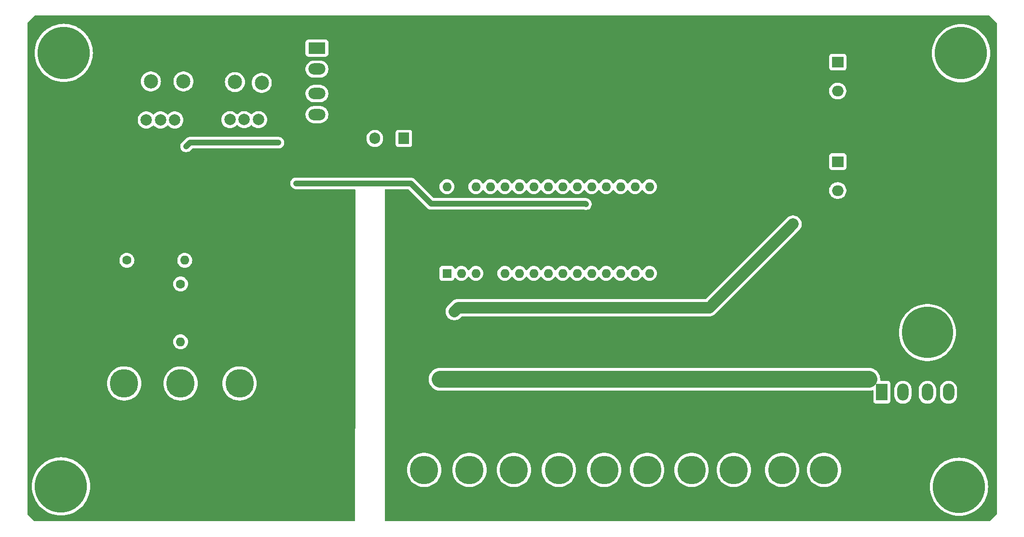
<source format=gbr>
%TF.GenerationSoftware,KiCad,Pcbnew,8.0.6*%
%TF.CreationDate,2024-11-17T15:14:54-07:00*%
%TF.ProjectId,SRX160,53525831-3630-42e6-9b69-6361645f7063,rev?*%
%TF.SameCoordinates,Original*%
%TF.FileFunction,Copper,L2,Bot*%
%TF.FilePolarity,Positive*%
%FSLAX46Y46*%
G04 Gerber Fmt 4.6, Leading zero omitted, Abs format (unit mm)*
G04 Created by KiCad (PCBNEW 8.0.6) date 2024-11-17 15:14:54*
%MOMM*%
%LPD*%
G01*
G04 APERTURE LIST*
%TA.AperFunction,ComponentPad*%
%ADD10R,2.000000X1.905000*%
%TD*%
%TA.AperFunction,ComponentPad*%
%ADD11O,2.000000X1.905000*%
%TD*%
%TA.AperFunction,ComponentPad*%
%ADD12C,9.200000*%
%TD*%
%TA.AperFunction,ComponentPad*%
%ADD13C,5.000000*%
%TD*%
%TA.AperFunction,ComponentPad*%
%ADD14C,2.000000*%
%TD*%
%TA.AperFunction,ComponentPad*%
%ADD15C,1.600000*%
%TD*%
%TA.AperFunction,ComponentPad*%
%ADD16O,1.600000X1.600000*%
%TD*%
%TA.AperFunction,ComponentPad*%
%ADD17R,1.600000X1.600000*%
%TD*%
%TA.AperFunction,ComponentPad*%
%ADD18C,2.500000*%
%TD*%
%TA.AperFunction,ComponentPad*%
%ADD19C,9.000000*%
%TD*%
%TA.AperFunction,ComponentPad*%
%ADD20R,1.905000X2.000000*%
%TD*%
%TA.AperFunction,ComponentPad*%
%ADD21O,1.905000X2.000000*%
%TD*%
%TA.AperFunction,ComponentPad*%
%ADD22R,3.000000X2.000000*%
%TD*%
%TA.AperFunction,ComponentPad*%
%ADD23O,3.000000X2.000000*%
%TD*%
%TA.AperFunction,ComponentPad*%
%ADD24R,2.000000X3.000000*%
%TD*%
%TA.AperFunction,ComponentPad*%
%ADD25O,2.000000X3.000000*%
%TD*%
%TA.AperFunction,ViaPad*%
%ADD26C,2.000000*%
%TD*%
%TA.AperFunction,ViaPad*%
%ADD27C,0.800000*%
%TD*%
%TA.AperFunction,Conductor*%
%ADD28C,2.032000*%
%TD*%
%TA.AperFunction,Conductor*%
%ADD29C,3.000000*%
%TD*%
%TA.AperFunction,Conductor*%
%ADD30C,1.016000*%
%TD*%
G04 APERTURE END LIST*
D10*
%TO.P,U2,1,VI*%
%TO.N,Net-(U2-VI)*%
X176555000Y-59960000D03*
D11*
%TO.P,U2,2,GND*%
%TO.N,GND*%
X176555000Y-62500000D03*
%TO.P,U2,3,VO*%
%TO.N,+5V*%
X176555000Y-65040000D03*
%TD*%
D12*
%TO.P,H2,1*%
%TO.N,N/C*%
X40690800Y-40843200D03*
%TD*%
D13*
%TO.P,FlowPin1,1,1*%
%TO.N,FlowSensor*%
X61200000Y-98950000D03*
%TD*%
D14*
%TO.P,RV3,1,1*%
%TO.N,Net-(U6B--)*%
X55187200Y-52628000D03*
%TO.P,RV3,2,2*%
X57687200Y-52628000D03*
%TO.P,RV3,3,3*%
%TO.N,Net-(U6A-+)*%
X60187200Y-52628000D03*
%TD*%
D13*
%TO.P,Sec7,1,1*%
%TO.N,S7*%
X166800000Y-114150000D03*
%TD*%
D14*
%TO.P,RV4,1,1*%
%TO.N,Net-(U7A-+)*%
X74875100Y-52578000D03*
%TO.P,RV4,2,2*%
%TO.N,Net-(U7B--)*%
X72375100Y-52578000D03*
%TO.P,RV4,3,3*%
X69875100Y-52578000D03*
%TD*%
D13*
%TO.P,MotorB1,1,1*%
%TO.N,M1B*%
X143100000Y-114150000D03*
%TD*%
D15*
%TO.P,R2,1*%
%TO.N,+5VA*%
X51770000Y-77300000D03*
D16*
%TO.P,R2,2*%
%TO.N,Net-(D10-K)*%
X61930000Y-77300000D03*
%TD*%
D12*
%TO.P,H3,1*%
%TO.N,N/C*%
X40208200Y-117043200D03*
%TD*%
D13*
%TO.P,GndSensor1,1,1*%
%TO.N,GND*%
X81200000Y-98875000D03*
%TD*%
%TO.P,Sec4,1,1*%
%TO.N,S4*%
X127600000Y-114150000D03*
%TD*%
%TO.P,Pressure1,1,1*%
%TO.N,PressureSensor*%
X71550000Y-98950000D03*
%TD*%
D12*
%TO.P,H1,1*%
%TO.N,N/C*%
X198196200Y-40894000D03*
%TD*%
D17*
%TO.P,A1,1,D1/TX*%
%TO.N,unconnected-(A1-D1{slash}TX-Pad1)*%
X107950000Y-79593600D03*
D16*
%TO.P,A1,2,D0/RX*%
%TO.N,unconnected-(A1-D0{slash}RX-Pad2)*%
X110490000Y-79593600D03*
%TO.P,A1,3,~{RESET}*%
%TO.N,unconnected-(A1-~{RESET}-Pad3)*%
X113030000Y-79593600D03*
%TO.P,A1,4,GND*%
%TO.N,GND*%
X115570000Y-79593600D03*
%TO.P,A1,5,D2*%
%TO.N,FlowPin*%
X118110000Y-79593600D03*
%TO.P,A1,6,D3*%
%TO.N,unconnected-(A1-D3-Pad6)*%
X120650000Y-79593600D03*
%TO.P,A1,7,D4*%
%TO.N,unconnected-(A1-D4-Pad7)*%
X123190000Y-79593600D03*
%TO.P,A1,8,D5*%
%TO.N,Net-(A1-D5)*%
X125730000Y-79593600D03*
%TO.P,A1,9,D6*%
%TO.N,Net-(A1-D6)*%
X128270000Y-79593600D03*
%TO.P,A1,10,D7*%
%TO.N,Net-(A1-D7)*%
X130810000Y-79593600D03*
%TO.P,A1,11,D8*%
%TO.N,Net-(A1-D8)*%
X133350000Y-79593600D03*
%TO.P,A1,12,D9*%
%TO.N,Net-(A1-D9)*%
X135890000Y-79593600D03*
%TO.P,A1,13,D10*%
%TO.N,Net-(A1-D10)*%
X138430000Y-79593600D03*
%TO.P,A1,14,D11*%
%TO.N,Net-(A1-D11)*%
X140970000Y-79593600D03*
%TO.P,A1,15,D12*%
%TO.N,Net-(A1-D12)*%
X143510000Y-79593600D03*
%TO.P,A1,16,D13*%
%TO.N,unconnected-(A1-D13-Pad16)*%
X143510000Y-64353600D03*
%TO.P,A1,17,3V3*%
%TO.N,unconnected-(A1-3V3-Pad17)*%
X140970000Y-64353600D03*
%TO.P,A1,18,AREF*%
%TO.N,unconnected-(A1-AREF-Pad18)*%
X138430000Y-64353600D03*
%TO.P,A1,19,A0*%
%TO.N,PressurePin*%
X135890000Y-64353600D03*
%TO.P,A1,20,A1*%
%TO.N,unconnected-(A1-A1-Pad20)*%
X133350000Y-64353600D03*
%TO.P,A1,21,A2*%
%TO.N,unconnected-(A1-A2-Pad21)*%
X130810000Y-64353600D03*
%TO.P,A1,22,A3*%
%TO.N,unconnected-(A1-A3-Pad22)*%
X128270000Y-64353600D03*
%TO.P,A1,23,A4*%
%TO.N,unconnected-(A1-A4-Pad23)*%
X125730000Y-64353600D03*
%TO.P,A1,24,A5*%
%TO.N,unconnected-(A1-A5-Pad24)*%
X123190000Y-64353600D03*
%TO.P,A1,25,A6*%
%TO.N,unconnected-(A1-A6-Pad25)*%
X120650000Y-64353600D03*
%TO.P,A1,26,A7*%
%TO.N,unconnected-(A1-A7-Pad26)*%
X118110000Y-64353600D03*
%TO.P,A1,27,+5V*%
%TO.N,+5V*%
X115570000Y-64353600D03*
%TO.P,A1,28,~{RESET}*%
%TO.N,unconnected-(A1-~{RESET}-Pad28)*%
X113030000Y-64353600D03*
%TO.P,A1,29,GND*%
%TO.N,GND*%
X110490000Y-64353600D03*
%TO.P,A1,30,VIN*%
%TO.N,unconnected-(A1-VIN-Pad30)*%
X107950000Y-64353600D03*
%TD*%
D18*
%TO.P,TP6,1,1*%
%TO.N,Net-(U7A-+)*%
X75443100Y-46101000D03*
%TD*%
D19*
%TO.P,J5,1,Pin_1*%
%TO.N,Net-(J5-Pin_1)*%
X192300000Y-90000000D03*
%TD*%
D18*
%TO.P,TP8,1,1*%
%TO.N,Net-(U6A-+)*%
X61704200Y-45847000D03*
%TD*%
%TO.P,TP7,1,1*%
%TO.N,Net-(U6B--)*%
X55989200Y-45847000D03*
%TD*%
D20*
%TO.P,U5,1,VI*%
%TO.N,Net-(D3-K)*%
X100384000Y-55876000D03*
D21*
%TO.P,U5,2,GND*%
%TO.N,GND*%
X97844000Y-55876000D03*
%TO.P,U5,3,VO*%
%TO.N,Net-(U5-VO)*%
X95304000Y-55876000D03*
%TD*%
D13*
%TO.P,Sec3,1,1*%
%TO.N,S3*%
X119700000Y-114150000D03*
%TD*%
%TO.P,Sec2,1,1*%
%TO.N,S2*%
X111900000Y-114150000D03*
%TD*%
D12*
%TO.P,H4,1*%
%TO.N,N/C*%
X197840600Y-117119400D03*
%TD*%
D13*
%TO.P,Sec6,1,1*%
%TO.N,S6*%
X158300000Y-114150000D03*
%TD*%
D10*
%TO.P,U3,1,VI*%
%TO.N,Net-(D2-A)*%
X176555000Y-42460000D03*
D11*
%TO.P,U3,2,GND*%
%TO.N,GND*%
X176555000Y-45000000D03*
%TO.P,U3,3,VO*%
%TO.N,Net-(U2-VI)*%
X176555000Y-47540000D03*
%TD*%
D13*
%TO.P,Sec1,1,1*%
%TO.N,S1*%
X103950000Y-114150000D03*
%TD*%
D22*
%TO.P,F2,1*%
%TO.N,+5VA*%
X85144000Y-39984000D03*
D23*
X85144000Y-43684000D03*
%TO.P,F2,2*%
%TO.N,Net-(U5-VO)*%
X85144000Y-47984000D03*
X85144000Y-51684000D03*
%TD*%
D13*
%TO.P,Sec8,1,1*%
%TO.N,S8*%
X174150000Y-114150000D03*
%TD*%
%TO.P,Sec5,1,1*%
%TO.N,S5*%
X150900000Y-114150000D03*
%TD*%
D18*
%TO.P,TP5,1,1*%
%TO.N,Net-(U7B--)*%
X70744100Y-45974000D03*
%TD*%
D19*
%TO.P,J6,1,Pin_1*%
%TO.N,GND*%
X172600000Y-83000000D03*
%TD*%
D15*
%TO.P,R5,1*%
%TO.N,Net-(D10-K)*%
X61200000Y-81470000D03*
D16*
%TO.P,R5,2*%
%TO.N,FlowSensor*%
X61200000Y-91630000D03*
%TD*%
D13*
%TO.P,MotorA1,1,1*%
%TO.N,M1A*%
X135550000Y-114150000D03*
%TD*%
%TO.P,5VSensors1,1,1*%
%TO.N,+5VA*%
X51300000Y-98950000D03*
%TD*%
D24*
%TO.P,F1,1*%
%TO.N,+12V*%
X184300000Y-100500000D03*
D25*
X188000000Y-100500000D03*
%TO.P,F1,2*%
%TO.N,Net-(J5-Pin_1)*%
X192300000Y-100500000D03*
X196000000Y-100500000D03*
%TD*%
D26*
%TO.N,GND*%
X173700000Y-45000000D03*
D27*
X133800000Y-91600000D03*
X150350000Y-89850000D03*
X188650000Y-36800000D03*
X140300000Y-120550000D03*
X84550000Y-58600000D03*
X145150000Y-91500000D03*
X143921600Y-90600000D03*
X67950000Y-42550000D03*
X129565400Y-107365800D03*
X74700000Y-55100000D03*
X86250000Y-98900000D03*
X178714400Y-83108800D03*
X164450000Y-46200000D03*
D26*
X173700000Y-62500000D03*
D27*
X122500000Y-91600000D03*
X62700000Y-64600000D03*
X115150000Y-70950000D03*
X147050000Y-49000000D03*
X143971600Y-92300000D03*
X123671600Y-90700000D03*
X41700000Y-104850000D03*
X123621600Y-92300000D03*
D26*
X160050000Y-68350000D03*
D27*
X73200000Y-36950000D03*
X121371600Y-92300000D03*
X89050000Y-118650000D03*
X68250000Y-68200000D03*
X70450000Y-55100000D03*
X109971600Y-90650000D03*
X146271600Y-92200000D03*
X99368000Y-40636000D03*
X76150000Y-98950000D03*
X79800000Y-61500000D03*
X146421600Y-90650000D03*
X112321600Y-90650000D03*
X172542200Y-76606400D03*
X134482567Y-95759032D03*
X129550000Y-54400000D03*
X81250000Y-105150000D03*
X65400000Y-116550000D03*
X172593000Y-89357200D03*
X105212800Y-106273600D03*
X136300000Y-36950000D03*
X132621600Y-90700000D03*
X72650000Y-64600000D03*
X41650000Y-77150000D03*
X54250000Y-67450000D03*
X99050000Y-115000000D03*
X137200000Y-76350000D03*
X111150000Y-91550000D03*
X107700000Y-60850000D03*
X88950000Y-86300000D03*
X74050000Y-68050000D03*
X120704000Y-40636000D03*
X113592000Y-40636000D03*
X201400000Y-79200000D03*
X132671600Y-92300000D03*
D26*
X160050000Y-53450000D03*
D27*
X123297419Y-95644670D03*
X134921600Y-92300000D03*
X111961800Y-95681800D03*
X63100000Y-42550000D03*
X201950000Y-108450000D03*
X142087600Y-107696000D03*
X134836600Y-41205000D03*
X83000000Y-46000000D03*
X166217600Y-83108800D03*
X73550000Y-61350000D03*
D26*
X200700000Y-56600000D03*
D27*
X189750000Y-120550000D03*
X54050000Y-43600000D03*
X134971600Y-90700000D03*
X145785000Y-95772400D03*
X81200000Y-93650000D03*
X49750000Y-43600000D03*
X177150000Y-105150000D03*
X118237000Y-107467400D03*
X121321600Y-90700000D03*
X112271600Y-92250000D03*
X99150000Y-86300000D03*
X41900000Y-49400000D03*
X139700000Y-89700000D03*
X67800000Y-63750000D03*
X97844000Y-53336000D03*
X116900000Y-89650000D03*
X110021600Y-92250000D03*
X127900000Y-89650000D03*
%TO.N,+5V*%
X120600000Y-86131400D03*
X143250000Y-86106000D03*
X153492200Y-86106000D03*
X168700000Y-70950000D03*
X109250000Y-86309200D03*
X131900000Y-86105400D03*
%TO.N,+12V*%
X182000000Y-98200000D03*
D26*
X109143800Y-98272600D03*
X120726200Y-98374200D03*
X131800600Y-98374200D03*
X143129000Y-98298000D03*
D27*
%TO.N,FlowPin*%
X62179200Y-57277000D03*
X78359000Y-56616600D03*
%TO.N,PressurePin*%
X81483200Y-63779400D03*
X132359400Y-67437000D03*
%TD*%
D28*
%TO.N,+5V*%
X109250000Y-86309200D02*
X109935800Y-85623400D01*
X154026600Y-85623400D02*
X168700000Y-70950000D01*
X109935800Y-85623400D02*
X154026600Y-85623400D01*
D29*
%TO.N,+12V*%
X106752600Y-98200000D02*
X182000000Y-98200000D01*
D30*
%TO.N,FlowPin*%
X62839600Y-56616600D02*
X62179200Y-57277000D01*
X78359000Y-56616600D02*
X62839600Y-56616600D01*
%TO.N,PressurePin*%
X132359400Y-67437000D02*
X132308600Y-67386200D01*
X101600000Y-63779400D02*
X81483200Y-63779400D01*
X105206800Y-67386200D02*
X101600000Y-63779400D01*
X132308600Y-67386200D02*
X105206800Y-67386200D01*
%TD*%
%TA.AperFunction,Conductor*%
%TO.N,GND*%
G36*
X203215931Y-34310002D02*
G01*
X203236905Y-34326905D01*
X204433095Y-35523095D01*
X204467121Y-35585407D01*
X204470000Y-35612190D01*
X204470000Y-121867810D01*
X204449998Y-121935931D01*
X204433095Y-121956905D01*
X203236905Y-123153095D01*
X203174593Y-123187121D01*
X203147810Y-123190000D01*
X97229627Y-123190000D01*
X97161506Y-123169998D01*
X97115013Y-123116342D01*
X97103627Y-123064054D01*
X97103232Y-122137109D01*
X97099832Y-114150000D01*
X100936401Y-114150000D01*
X100956777Y-114499846D01*
X100956777Y-114499852D01*
X100956778Y-114499857D01*
X101017633Y-114844984D01*
X101118143Y-115180712D01*
X101256950Y-115502501D01*
X101432175Y-115806000D01*
X101641449Y-116087104D01*
X101881943Y-116342012D01*
X101881948Y-116342016D01*
X101881954Y-116342022D01*
X102150396Y-116567273D01*
X102150400Y-116567276D01*
X102150403Y-116567278D01*
X102443200Y-116759853D01*
X102756374Y-116917135D01*
X102921032Y-116977065D01*
X103085681Y-117036993D01*
X103085682Y-117036993D01*
X103085690Y-117036996D01*
X103426694Y-117117816D01*
X103625597Y-117141064D01*
X103774772Y-117158500D01*
X103774775Y-117158500D01*
X104125228Y-117158500D01*
X104255755Y-117143243D01*
X104473306Y-117117816D01*
X104814310Y-117036996D01*
X105143626Y-116917135D01*
X105456800Y-116759853D01*
X105749597Y-116567278D01*
X106018057Y-116342012D01*
X106258551Y-116087104D01*
X106467825Y-115806000D01*
X106643050Y-115502501D01*
X106781857Y-115180712D01*
X106882367Y-114844984D01*
X106943222Y-114499857D01*
X106963599Y-114150000D01*
X108886401Y-114150000D01*
X108906777Y-114499846D01*
X108906777Y-114499852D01*
X108906778Y-114499857D01*
X108967633Y-114844984D01*
X109068143Y-115180712D01*
X109206950Y-115502501D01*
X109382175Y-115806000D01*
X109591449Y-116087104D01*
X109831943Y-116342012D01*
X109831948Y-116342016D01*
X109831954Y-116342022D01*
X110100396Y-116567273D01*
X110100400Y-116567276D01*
X110100403Y-116567278D01*
X110393200Y-116759853D01*
X110706374Y-116917135D01*
X110871032Y-116977065D01*
X111035681Y-117036993D01*
X111035682Y-117036993D01*
X111035690Y-117036996D01*
X111376694Y-117117816D01*
X111575597Y-117141064D01*
X111724772Y-117158500D01*
X111724775Y-117158500D01*
X112075228Y-117158500D01*
X112205755Y-117143243D01*
X112423306Y-117117816D01*
X112764310Y-117036996D01*
X113093626Y-116917135D01*
X113406800Y-116759853D01*
X113699597Y-116567278D01*
X113968057Y-116342012D01*
X114208551Y-116087104D01*
X114417825Y-115806000D01*
X114593050Y-115502501D01*
X114731857Y-115180712D01*
X114832367Y-114844984D01*
X114893222Y-114499857D01*
X114913599Y-114150000D01*
X116686401Y-114150000D01*
X116706777Y-114499846D01*
X116706777Y-114499852D01*
X116706778Y-114499857D01*
X116767633Y-114844984D01*
X116868143Y-115180712D01*
X117006950Y-115502501D01*
X117182175Y-115806000D01*
X117391449Y-116087104D01*
X117631943Y-116342012D01*
X117631948Y-116342016D01*
X117631954Y-116342022D01*
X117900396Y-116567273D01*
X117900400Y-116567276D01*
X117900403Y-116567278D01*
X118193200Y-116759853D01*
X118506374Y-116917135D01*
X118671032Y-116977065D01*
X118835681Y-117036993D01*
X118835682Y-117036993D01*
X118835690Y-117036996D01*
X119176694Y-117117816D01*
X119375597Y-117141064D01*
X119524772Y-117158500D01*
X119524775Y-117158500D01*
X119875228Y-117158500D01*
X120005755Y-117143243D01*
X120223306Y-117117816D01*
X120564310Y-117036996D01*
X120893626Y-116917135D01*
X121206800Y-116759853D01*
X121499597Y-116567278D01*
X121768057Y-116342012D01*
X122008551Y-116087104D01*
X122217825Y-115806000D01*
X122393050Y-115502501D01*
X122531857Y-115180712D01*
X122632367Y-114844984D01*
X122693222Y-114499857D01*
X122713599Y-114150000D01*
X124586401Y-114150000D01*
X124606777Y-114499846D01*
X124606777Y-114499852D01*
X124606778Y-114499857D01*
X124667633Y-114844984D01*
X124768143Y-115180712D01*
X124906950Y-115502501D01*
X125082175Y-115806000D01*
X125291449Y-116087104D01*
X125531943Y-116342012D01*
X125531948Y-116342016D01*
X125531954Y-116342022D01*
X125800396Y-116567273D01*
X125800400Y-116567276D01*
X125800403Y-116567278D01*
X126093200Y-116759853D01*
X126406374Y-116917135D01*
X126571032Y-116977065D01*
X126735681Y-117036993D01*
X126735682Y-117036993D01*
X126735690Y-117036996D01*
X127076694Y-117117816D01*
X127275597Y-117141064D01*
X127424772Y-117158500D01*
X127424775Y-117158500D01*
X127775228Y-117158500D01*
X127905755Y-117143243D01*
X128123306Y-117117816D01*
X128464310Y-117036996D01*
X128793626Y-116917135D01*
X129106800Y-116759853D01*
X129399597Y-116567278D01*
X129668057Y-116342012D01*
X129908551Y-116087104D01*
X130117825Y-115806000D01*
X130293050Y-115502501D01*
X130431857Y-115180712D01*
X130532367Y-114844984D01*
X130593222Y-114499857D01*
X130613599Y-114150000D01*
X132536401Y-114150000D01*
X132556777Y-114499846D01*
X132556777Y-114499852D01*
X132556778Y-114499857D01*
X132617633Y-114844984D01*
X132718143Y-115180712D01*
X132856950Y-115502501D01*
X133032175Y-115806000D01*
X133241449Y-116087104D01*
X133481943Y-116342012D01*
X133481948Y-116342016D01*
X133481954Y-116342022D01*
X133750396Y-116567273D01*
X133750400Y-116567276D01*
X133750403Y-116567278D01*
X134043200Y-116759853D01*
X134356374Y-116917135D01*
X134521032Y-116977065D01*
X134685681Y-117036993D01*
X134685682Y-117036993D01*
X134685690Y-117036996D01*
X135026694Y-117117816D01*
X135225597Y-117141064D01*
X135374772Y-117158500D01*
X135374775Y-117158500D01*
X135725228Y-117158500D01*
X135855755Y-117143243D01*
X136073306Y-117117816D01*
X136414310Y-117036996D01*
X136743626Y-116917135D01*
X137056800Y-116759853D01*
X137349597Y-116567278D01*
X137618057Y-116342012D01*
X137858551Y-116087104D01*
X138067825Y-115806000D01*
X138243050Y-115502501D01*
X138381857Y-115180712D01*
X138482367Y-114844984D01*
X138543222Y-114499857D01*
X138563599Y-114150000D01*
X140086401Y-114150000D01*
X140106777Y-114499846D01*
X140106777Y-114499852D01*
X140106778Y-114499857D01*
X140167633Y-114844984D01*
X140268143Y-115180712D01*
X140406950Y-115502501D01*
X140582175Y-115806000D01*
X140791449Y-116087104D01*
X141031943Y-116342012D01*
X141031948Y-116342016D01*
X141031954Y-116342022D01*
X141300396Y-116567273D01*
X141300400Y-116567276D01*
X141300403Y-116567278D01*
X141593200Y-116759853D01*
X141906374Y-116917135D01*
X142071032Y-116977065D01*
X142235681Y-117036993D01*
X142235682Y-117036993D01*
X142235690Y-117036996D01*
X142576694Y-117117816D01*
X142775597Y-117141064D01*
X142924772Y-117158500D01*
X142924775Y-117158500D01*
X143275228Y-117158500D01*
X143405755Y-117143243D01*
X143623306Y-117117816D01*
X143964310Y-117036996D01*
X144293626Y-116917135D01*
X144606800Y-116759853D01*
X144899597Y-116567278D01*
X145168057Y-116342012D01*
X145408551Y-116087104D01*
X145617825Y-115806000D01*
X145793050Y-115502501D01*
X145931857Y-115180712D01*
X146032367Y-114844984D01*
X146093222Y-114499857D01*
X146113599Y-114150000D01*
X147886401Y-114150000D01*
X147906777Y-114499846D01*
X147906777Y-114499852D01*
X147906778Y-114499857D01*
X147967633Y-114844984D01*
X148068143Y-115180712D01*
X148206950Y-115502501D01*
X148382175Y-115806000D01*
X148591449Y-116087104D01*
X148831943Y-116342012D01*
X148831948Y-116342016D01*
X148831954Y-116342022D01*
X149100396Y-116567273D01*
X149100400Y-116567276D01*
X149100403Y-116567278D01*
X149393200Y-116759853D01*
X149706374Y-116917135D01*
X149871032Y-116977065D01*
X150035681Y-117036993D01*
X150035682Y-117036993D01*
X150035690Y-117036996D01*
X150376694Y-117117816D01*
X150575597Y-117141064D01*
X150724772Y-117158500D01*
X150724775Y-117158500D01*
X151075228Y-117158500D01*
X151205755Y-117143243D01*
X151423306Y-117117816D01*
X151764310Y-117036996D01*
X152093626Y-116917135D01*
X152406800Y-116759853D01*
X152699597Y-116567278D01*
X152968057Y-116342012D01*
X153208551Y-116087104D01*
X153417825Y-115806000D01*
X153593050Y-115502501D01*
X153731857Y-115180712D01*
X153832367Y-114844984D01*
X153893222Y-114499857D01*
X153913599Y-114150000D01*
X155286401Y-114150000D01*
X155306777Y-114499846D01*
X155306777Y-114499852D01*
X155306778Y-114499857D01*
X155367633Y-114844984D01*
X155468143Y-115180712D01*
X155606950Y-115502501D01*
X155782175Y-115806000D01*
X155991449Y-116087104D01*
X156231943Y-116342012D01*
X156231948Y-116342016D01*
X156231954Y-116342022D01*
X156500396Y-116567273D01*
X156500400Y-116567276D01*
X156500403Y-116567278D01*
X156793200Y-116759853D01*
X157106374Y-116917135D01*
X157271032Y-116977065D01*
X157435681Y-117036993D01*
X157435682Y-117036993D01*
X157435690Y-117036996D01*
X157776694Y-117117816D01*
X157975597Y-117141064D01*
X158124772Y-117158500D01*
X158124775Y-117158500D01*
X158475228Y-117158500D01*
X158605755Y-117143243D01*
X158823306Y-117117816D01*
X159164310Y-117036996D01*
X159493626Y-116917135D01*
X159806800Y-116759853D01*
X160099597Y-116567278D01*
X160368057Y-116342012D01*
X160608551Y-116087104D01*
X160817825Y-115806000D01*
X160993050Y-115502501D01*
X161131857Y-115180712D01*
X161232367Y-114844984D01*
X161293222Y-114499857D01*
X161313599Y-114150000D01*
X163786401Y-114150000D01*
X163806777Y-114499846D01*
X163806777Y-114499852D01*
X163806778Y-114499857D01*
X163867633Y-114844984D01*
X163968143Y-115180712D01*
X164106950Y-115502501D01*
X164282175Y-115806000D01*
X164491449Y-116087104D01*
X164731943Y-116342012D01*
X164731948Y-116342016D01*
X164731954Y-116342022D01*
X165000396Y-116567273D01*
X165000400Y-116567276D01*
X165000403Y-116567278D01*
X165293200Y-116759853D01*
X165606374Y-116917135D01*
X165771032Y-116977065D01*
X165935681Y-117036993D01*
X165935682Y-117036993D01*
X165935690Y-117036996D01*
X166276694Y-117117816D01*
X166475597Y-117141064D01*
X166624772Y-117158500D01*
X166624775Y-117158500D01*
X166975228Y-117158500D01*
X167105755Y-117143243D01*
X167323306Y-117117816D01*
X167664310Y-117036996D01*
X167993626Y-116917135D01*
X168306800Y-116759853D01*
X168599597Y-116567278D01*
X168868057Y-116342012D01*
X169108551Y-116087104D01*
X169317825Y-115806000D01*
X169493050Y-115502501D01*
X169631857Y-115180712D01*
X169732367Y-114844984D01*
X169793222Y-114499857D01*
X169813599Y-114150000D01*
X171136401Y-114150000D01*
X171156777Y-114499846D01*
X171156777Y-114499852D01*
X171156778Y-114499857D01*
X171217633Y-114844984D01*
X171318143Y-115180712D01*
X171456950Y-115502501D01*
X171632175Y-115806000D01*
X171841449Y-116087104D01*
X172081943Y-116342012D01*
X172081948Y-116342016D01*
X172081954Y-116342022D01*
X172350396Y-116567273D01*
X172350400Y-116567276D01*
X172350403Y-116567278D01*
X172643200Y-116759853D01*
X172956374Y-116917135D01*
X173121032Y-116977065D01*
X173285681Y-117036993D01*
X173285682Y-117036993D01*
X173285690Y-117036996D01*
X173626694Y-117117816D01*
X173825597Y-117141064D01*
X173974772Y-117158500D01*
X173974775Y-117158500D01*
X174325228Y-117158500D01*
X174455755Y-117143243D01*
X174659771Y-117119398D01*
X192727233Y-117119398D01*
X192727233Y-117119401D01*
X192746691Y-117565060D01*
X192746691Y-117565063D01*
X192804916Y-118007322D01*
X192804918Y-118007332D01*
X192901463Y-118442822D01*
X192901472Y-118442856D01*
X193035600Y-118868255D01*
X193035608Y-118868277D01*
X193206312Y-119280394D01*
X193412297Y-119676089D01*
X193412300Y-119676095D01*
X193651972Y-120052304D01*
X193651977Y-120052310D01*
X193923518Y-120406189D01*
X193923525Y-120406197D01*
X193923534Y-120406209D01*
X194224904Y-120735096D01*
X194553791Y-121036466D01*
X194553804Y-121036476D01*
X194553810Y-121036481D01*
X194907689Y-121308022D01*
X194907695Y-121308027D01*
X195283904Y-121547699D01*
X195283908Y-121547701D01*
X195283916Y-121547706D01*
X195679598Y-121753684D01*
X196091725Y-121924393D01*
X196091743Y-121924398D01*
X196091744Y-121924399D01*
X196517143Y-122058527D01*
X196517149Y-122058528D01*
X196517163Y-122058533D01*
X196952673Y-122155083D01*
X197394941Y-122213309D01*
X197818208Y-122231789D01*
X197840599Y-122232767D01*
X197840600Y-122232767D01*
X197840601Y-122232767D01*
X197860059Y-122231917D01*
X198286259Y-122213309D01*
X198728527Y-122155083D01*
X199164037Y-122058533D01*
X199589475Y-121924393D01*
X200001602Y-121753684D01*
X200397284Y-121547706D01*
X200773507Y-121308025D01*
X201127409Y-121036466D01*
X201456296Y-120735096D01*
X201757666Y-120406209D01*
X202029225Y-120052307D01*
X202268906Y-119676084D01*
X202474884Y-119280402D01*
X202645593Y-118868275D01*
X202779733Y-118442837D01*
X202876283Y-118007327D01*
X202934509Y-117565059D01*
X202953967Y-117119400D01*
X202934509Y-116673741D01*
X202876283Y-116231473D01*
X202779733Y-115795963D01*
X202755707Y-115719763D01*
X202645599Y-115370544D01*
X202645598Y-115370543D01*
X202645593Y-115370525D01*
X202474884Y-114958398D01*
X202474881Y-114958390D01*
X202268913Y-114562729D01*
X202268899Y-114562705D01*
X202029227Y-114186495D01*
X202029222Y-114186489D01*
X201757681Y-113832610D01*
X201757676Y-113832604D01*
X201757666Y-113832591D01*
X201456296Y-113503704D01*
X201127409Y-113202334D01*
X201127397Y-113202325D01*
X201127389Y-113202318D01*
X200773510Y-112930777D01*
X200773504Y-112930772D01*
X200397295Y-112691100D01*
X200397289Y-112691097D01*
X200397287Y-112691096D01*
X200397284Y-112691094D01*
X200001602Y-112485116D01*
X200001600Y-112485115D01*
X200001594Y-112485112D01*
X199589477Y-112314408D01*
X199589475Y-112314407D01*
X199589469Y-112314405D01*
X199589455Y-112314400D01*
X199164056Y-112180272D01*
X199164022Y-112180263D01*
X198728532Y-112083718D01*
X198728522Y-112083716D01*
X198286262Y-112025491D01*
X197840601Y-112006033D01*
X197840599Y-112006033D01*
X197394939Y-112025491D01*
X197394936Y-112025491D01*
X196952677Y-112083716D01*
X196952667Y-112083718D01*
X196517177Y-112180263D01*
X196517143Y-112180272D01*
X196091744Y-112314400D01*
X196091722Y-112314408D01*
X195679590Y-112485118D01*
X195283929Y-112691086D01*
X195283905Y-112691100D01*
X194907695Y-112930772D01*
X194907689Y-112930777D01*
X194553810Y-113202318D01*
X194553784Y-113202340D01*
X194224904Y-113503704D01*
X193923540Y-113832584D01*
X193923518Y-113832610D01*
X193651977Y-114186489D01*
X193651972Y-114186495D01*
X193412300Y-114562705D01*
X193412286Y-114562729D01*
X193206318Y-114958390D01*
X193035608Y-115370522D01*
X193035600Y-115370544D01*
X192901472Y-115795943D01*
X192901463Y-115795977D01*
X192804918Y-116231467D01*
X192804916Y-116231477D01*
X192746691Y-116673736D01*
X192746691Y-116673739D01*
X192727233Y-117119398D01*
X174659771Y-117119398D01*
X174673306Y-117117816D01*
X175014310Y-117036996D01*
X175343626Y-116917135D01*
X175656800Y-116759853D01*
X175949597Y-116567278D01*
X176218057Y-116342012D01*
X176458551Y-116087104D01*
X176667825Y-115806000D01*
X176843050Y-115502501D01*
X176981857Y-115180712D01*
X177082367Y-114844984D01*
X177143222Y-114499857D01*
X177163599Y-114150000D01*
X177143222Y-113800143D01*
X177082367Y-113455016D01*
X176981857Y-113119288D01*
X176843050Y-112797499D01*
X176667825Y-112494000D01*
X176458551Y-112212896D01*
X176218057Y-111957988D01*
X176218050Y-111957982D01*
X176218045Y-111957977D01*
X175949603Y-111732726D01*
X175949597Y-111732722D01*
X175656800Y-111540147D01*
X175343626Y-111382865D01*
X175343621Y-111382863D01*
X175343616Y-111382861D01*
X175014318Y-111263006D01*
X175014313Y-111263005D01*
X175014312Y-111263004D01*
X175014310Y-111263004D01*
X174826961Y-111218601D01*
X174673307Y-111182184D01*
X174673301Y-111182183D01*
X174325228Y-111141500D01*
X174325225Y-111141500D01*
X173974775Y-111141500D01*
X173974772Y-111141500D01*
X173626698Y-111182183D01*
X173626692Y-111182184D01*
X173285686Y-111263005D01*
X173285681Y-111263006D01*
X172956383Y-111382861D01*
X172956378Y-111382863D01*
X172643198Y-111540148D01*
X172350396Y-111732726D01*
X172081954Y-111957977D01*
X172081948Y-111957983D01*
X171841450Y-112212894D01*
X171632178Y-112493995D01*
X171632168Y-112494011D01*
X171456953Y-112797493D01*
X171456944Y-112797511D01*
X171318146Y-113119280D01*
X171318143Y-113119288D01*
X171316092Y-113126140D01*
X171217633Y-113455015D01*
X171156777Y-113800147D01*
X171156777Y-113800153D01*
X171136401Y-114150000D01*
X169813599Y-114150000D01*
X169793222Y-113800143D01*
X169732367Y-113455016D01*
X169631857Y-113119288D01*
X169493050Y-112797499D01*
X169317825Y-112494000D01*
X169108551Y-112212896D01*
X168868057Y-111957988D01*
X168868050Y-111957982D01*
X168868045Y-111957977D01*
X168599603Y-111732726D01*
X168599597Y-111732722D01*
X168306800Y-111540147D01*
X167993626Y-111382865D01*
X167993621Y-111382863D01*
X167993616Y-111382861D01*
X167664318Y-111263006D01*
X167664313Y-111263005D01*
X167664312Y-111263004D01*
X167664310Y-111263004D01*
X167476961Y-111218601D01*
X167323307Y-111182184D01*
X167323301Y-111182183D01*
X166975228Y-111141500D01*
X166975225Y-111141500D01*
X166624775Y-111141500D01*
X166624772Y-111141500D01*
X166276698Y-111182183D01*
X166276692Y-111182184D01*
X165935686Y-111263005D01*
X165935681Y-111263006D01*
X165606383Y-111382861D01*
X165606378Y-111382863D01*
X165293198Y-111540148D01*
X165000396Y-111732726D01*
X164731954Y-111957977D01*
X164731948Y-111957983D01*
X164491450Y-112212894D01*
X164282178Y-112493995D01*
X164282168Y-112494011D01*
X164106953Y-112797493D01*
X164106944Y-112797511D01*
X163968146Y-113119280D01*
X163968143Y-113119288D01*
X163966092Y-113126140D01*
X163867633Y-113455015D01*
X163806777Y-113800147D01*
X163806777Y-113800153D01*
X163786401Y-114150000D01*
X161313599Y-114150000D01*
X161293222Y-113800143D01*
X161232367Y-113455016D01*
X161131857Y-113119288D01*
X160993050Y-112797499D01*
X160817825Y-112494000D01*
X160608551Y-112212896D01*
X160368057Y-111957988D01*
X160368050Y-111957982D01*
X160368045Y-111957977D01*
X160099603Y-111732726D01*
X160099597Y-111732722D01*
X159806800Y-111540147D01*
X159493626Y-111382865D01*
X159493621Y-111382863D01*
X159493616Y-111382861D01*
X159164318Y-111263006D01*
X159164313Y-111263005D01*
X159164312Y-111263004D01*
X159164310Y-111263004D01*
X158976961Y-111218601D01*
X158823307Y-111182184D01*
X158823301Y-111182183D01*
X158475228Y-111141500D01*
X158475225Y-111141500D01*
X158124775Y-111141500D01*
X158124772Y-111141500D01*
X157776698Y-111182183D01*
X157776692Y-111182184D01*
X157435686Y-111263005D01*
X157435681Y-111263006D01*
X157106383Y-111382861D01*
X157106378Y-111382863D01*
X156793198Y-111540148D01*
X156500396Y-111732726D01*
X156231954Y-111957977D01*
X156231948Y-111957983D01*
X155991450Y-112212894D01*
X155782178Y-112493995D01*
X155782168Y-112494011D01*
X155606953Y-112797493D01*
X155606944Y-112797511D01*
X155468146Y-113119280D01*
X155468143Y-113119288D01*
X155466092Y-113126140D01*
X155367633Y-113455015D01*
X155306777Y-113800147D01*
X155306777Y-113800153D01*
X155286401Y-114150000D01*
X153913599Y-114150000D01*
X153893222Y-113800143D01*
X153832367Y-113455016D01*
X153731857Y-113119288D01*
X153593050Y-112797499D01*
X153417825Y-112494000D01*
X153208551Y-112212896D01*
X152968057Y-111957988D01*
X152968050Y-111957982D01*
X152968045Y-111957977D01*
X152699603Y-111732726D01*
X152699597Y-111732722D01*
X152406800Y-111540147D01*
X152093626Y-111382865D01*
X152093621Y-111382863D01*
X152093616Y-111382861D01*
X151764318Y-111263006D01*
X151764313Y-111263005D01*
X151764312Y-111263004D01*
X151764310Y-111263004D01*
X151576961Y-111218601D01*
X151423307Y-111182184D01*
X151423301Y-111182183D01*
X151075228Y-111141500D01*
X151075225Y-111141500D01*
X150724775Y-111141500D01*
X150724772Y-111141500D01*
X150376698Y-111182183D01*
X150376692Y-111182184D01*
X150035686Y-111263005D01*
X150035681Y-111263006D01*
X149706383Y-111382861D01*
X149706378Y-111382863D01*
X149393198Y-111540148D01*
X149100396Y-111732726D01*
X148831954Y-111957977D01*
X148831948Y-111957983D01*
X148591450Y-112212894D01*
X148382178Y-112493995D01*
X148382168Y-112494011D01*
X148206953Y-112797493D01*
X148206944Y-112797511D01*
X148068146Y-113119280D01*
X148068143Y-113119288D01*
X148066092Y-113126140D01*
X147967633Y-113455015D01*
X147906777Y-113800147D01*
X147906777Y-113800153D01*
X147886401Y-114150000D01*
X146113599Y-114150000D01*
X146093222Y-113800143D01*
X146032367Y-113455016D01*
X145931857Y-113119288D01*
X145793050Y-112797499D01*
X145617825Y-112494000D01*
X145408551Y-112212896D01*
X145168057Y-111957988D01*
X145168050Y-111957982D01*
X145168045Y-111957977D01*
X144899603Y-111732726D01*
X144899597Y-111732722D01*
X144606800Y-111540147D01*
X144293626Y-111382865D01*
X144293621Y-111382863D01*
X144293616Y-111382861D01*
X143964318Y-111263006D01*
X143964313Y-111263005D01*
X143964312Y-111263004D01*
X143964310Y-111263004D01*
X143776961Y-111218601D01*
X143623307Y-111182184D01*
X143623301Y-111182183D01*
X143275228Y-111141500D01*
X143275225Y-111141500D01*
X142924775Y-111141500D01*
X142924772Y-111141500D01*
X142576698Y-111182183D01*
X142576692Y-111182184D01*
X142235686Y-111263005D01*
X142235681Y-111263006D01*
X141906383Y-111382861D01*
X141906378Y-111382863D01*
X141593198Y-111540148D01*
X141300396Y-111732726D01*
X141031954Y-111957977D01*
X141031948Y-111957983D01*
X140791450Y-112212894D01*
X140582178Y-112493995D01*
X140582168Y-112494011D01*
X140406953Y-112797493D01*
X140406944Y-112797511D01*
X140268146Y-113119280D01*
X140268143Y-113119288D01*
X140266092Y-113126140D01*
X140167633Y-113455015D01*
X140106777Y-113800147D01*
X140106777Y-113800153D01*
X140086401Y-114150000D01*
X138563599Y-114150000D01*
X138543222Y-113800143D01*
X138482367Y-113455016D01*
X138381857Y-113119288D01*
X138243050Y-112797499D01*
X138067825Y-112494000D01*
X137858551Y-112212896D01*
X137618057Y-111957988D01*
X137618050Y-111957982D01*
X137618045Y-111957977D01*
X137349603Y-111732726D01*
X137349597Y-111732722D01*
X137056800Y-111540147D01*
X136743626Y-111382865D01*
X136743621Y-111382863D01*
X136743616Y-111382861D01*
X136414318Y-111263006D01*
X136414313Y-111263005D01*
X136414312Y-111263004D01*
X136414310Y-111263004D01*
X136226961Y-111218601D01*
X136073307Y-111182184D01*
X136073301Y-111182183D01*
X135725228Y-111141500D01*
X135725225Y-111141500D01*
X135374775Y-111141500D01*
X135374772Y-111141500D01*
X135026698Y-111182183D01*
X135026692Y-111182184D01*
X134685686Y-111263005D01*
X134685681Y-111263006D01*
X134356383Y-111382861D01*
X134356378Y-111382863D01*
X134043198Y-111540148D01*
X133750396Y-111732726D01*
X133481954Y-111957977D01*
X133481948Y-111957983D01*
X133241450Y-112212894D01*
X133032178Y-112493995D01*
X133032168Y-112494011D01*
X132856953Y-112797493D01*
X132856944Y-112797511D01*
X132718146Y-113119280D01*
X132718143Y-113119288D01*
X132716092Y-113126140D01*
X132617633Y-113455015D01*
X132556777Y-113800147D01*
X132556777Y-113800153D01*
X132536401Y-114150000D01*
X130613599Y-114150000D01*
X130593222Y-113800143D01*
X130532367Y-113455016D01*
X130431857Y-113119288D01*
X130293050Y-112797499D01*
X130117825Y-112494000D01*
X129908551Y-112212896D01*
X129668057Y-111957988D01*
X129668050Y-111957982D01*
X129668045Y-111957977D01*
X129399603Y-111732726D01*
X129399597Y-111732722D01*
X129106800Y-111540147D01*
X128793626Y-111382865D01*
X128793621Y-111382863D01*
X128793616Y-111382861D01*
X128464318Y-111263006D01*
X128464313Y-111263005D01*
X128464312Y-111263004D01*
X128464310Y-111263004D01*
X128276961Y-111218601D01*
X128123307Y-111182184D01*
X128123301Y-111182183D01*
X127775228Y-111141500D01*
X127775225Y-111141500D01*
X127424775Y-111141500D01*
X127424772Y-111141500D01*
X127076698Y-111182183D01*
X127076692Y-111182184D01*
X126735686Y-111263005D01*
X126735681Y-111263006D01*
X126406383Y-111382861D01*
X126406378Y-111382863D01*
X126093198Y-111540148D01*
X125800396Y-111732726D01*
X125531954Y-111957977D01*
X125531948Y-111957983D01*
X125291450Y-112212894D01*
X125082178Y-112493995D01*
X125082168Y-112494011D01*
X124906953Y-112797493D01*
X124906944Y-112797511D01*
X124768146Y-113119280D01*
X124768143Y-113119288D01*
X124766092Y-113126140D01*
X124667633Y-113455015D01*
X124606777Y-113800147D01*
X124606777Y-113800153D01*
X124586401Y-114150000D01*
X122713599Y-114150000D01*
X122693222Y-113800143D01*
X122632367Y-113455016D01*
X122531857Y-113119288D01*
X122393050Y-112797499D01*
X122217825Y-112494000D01*
X122008551Y-112212896D01*
X121768057Y-111957988D01*
X121768050Y-111957982D01*
X121768045Y-111957977D01*
X121499603Y-111732726D01*
X121499597Y-111732722D01*
X121206800Y-111540147D01*
X120893626Y-111382865D01*
X120893621Y-111382863D01*
X120893616Y-111382861D01*
X120564318Y-111263006D01*
X120564313Y-111263005D01*
X120564312Y-111263004D01*
X120564310Y-111263004D01*
X120376961Y-111218601D01*
X120223307Y-111182184D01*
X120223301Y-111182183D01*
X119875228Y-111141500D01*
X119875225Y-111141500D01*
X119524775Y-111141500D01*
X119524772Y-111141500D01*
X119176698Y-111182183D01*
X119176692Y-111182184D01*
X118835686Y-111263005D01*
X118835681Y-111263006D01*
X118506383Y-111382861D01*
X118506378Y-111382863D01*
X118193198Y-111540148D01*
X117900396Y-111732726D01*
X117631954Y-111957977D01*
X117631948Y-111957983D01*
X117391450Y-112212894D01*
X117182178Y-112493995D01*
X117182168Y-112494011D01*
X117006953Y-112797493D01*
X117006944Y-112797511D01*
X116868146Y-113119280D01*
X116868143Y-113119288D01*
X116866092Y-113126140D01*
X116767633Y-113455015D01*
X116706777Y-113800147D01*
X116706777Y-113800153D01*
X116686401Y-114150000D01*
X114913599Y-114150000D01*
X114893222Y-113800143D01*
X114832367Y-113455016D01*
X114731857Y-113119288D01*
X114593050Y-112797499D01*
X114417825Y-112494000D01*
X114208551Y-112212896D01*
X113968057Y-111957988D01*
X113968050Y-111957982D01*
X113968045Y-111957977D01*
X113699603Y-111732726D01*
X113699597Y-111732722D01*
X113406800Y-111540147D01*
X113093626Y-111382865D01*
X113093621Y-111382863D01*
X113093616Y-111382861D01*
X112764318Y-111263006D01*
X112764313Y-111263005D01*
X112764312Y-111263004D01*
X112764310Y-111263004D01*
X112576961Y-111218601D01*
X112423307Y-111182184D01*
X112423301Y-111182183D01*
X112075228Y-111141500D01*
X112075225Y-111141500D01*
X111724775Y-111141500D01*
X111724772Y-111141500D01*
X111376698Y-111182183D01*
X111376692Y-111182184D01*
X111035686Y-111263005D01*
X111035681Y-111263006D01*
X110706383Y-111382861D01*
X110706378Y-111382863D01*
X110393198Y-111540148D01*
X110100396Y-111732726D01*
X109831954Y-111957977D01*
X109831948Y-111957983D01*
X109591450Y-112212894D01*
X109382178Y-112493995D01*
X109382168Y-112494011D01*
X109206953Y-112797493D01*
X109206944Y-112797511D01*
X109068146Y-113119280D01*
X109068143Y-113119288D01*
X109066092Y-113126140D01*
X108967633Y-113455015D01*
X108906777Y-113800147D01*
X108906777Y-113800153D01*
X108886401Y-114150000D01*
X106963599Y-114150000D01*
X106943222Y-113800143D01*
X106882367Y-113455016D01*
X106781857Y-113119288D01*
X106643050Y-112797499D01*
X106467825Y-112494000D01*
X106258551Y-112212896D01*
X106018057Y-111957988D01*
X106018050Y-111957982D01*
X106018045Y-111957977D01*
X105749603Y-111732726D01*
X105749597Y-111732722D01*
X105456800Y-111540147D01*
X105143626Y-111382865D01*
X105143621Y-111382863D01*
X105143616Y-111382861D01*
X104814318Y-111263006D01*
X104814313Y-111263005D01*
X104814312Y-111263004D01*
X104814310Y-111263004D01*
X104626961Y-111218601D01*
X104473307Y-111182184D01*
X104473301Y-111182183D01*
X104125228Y-111141500D01*
X104125225Y-111141500D01*
X103774775Y-111141500D01*
X103774772Y-111141500D01*
X103426698Y-111182183D01*
X103426692Y-111182184D01*
X103085686Y-111263005D01*
X103085681Y-111263006D01*
X102756383Y-111382861D01*
X102756378Y-111382863D01*
X102443198Y-111540148D01*
X102150396Y-111732726D01*
X101881954Y-111957977D01*
X101881948Y-111957983D01*
X101641450Y-112212894D01*
X101432178Y-112493995D01*
X101432168Y-112494011D01*
X101256953Y-112797493D01*
X101256944Y-112797511D01*
X101118146Y-113119280D01*
X101118143Y-113119288D01*
X101116092Y-113126140D01*
X101017633Y-113455015D01*
X100956777Y-113800147D01*
X100956777Y-113800153D01*
X100936401Y-114150000D01*
X97099832Y-114150000D01*
X97092986Y-98068353D01*
X104744100Y-98068353D01*
X104744100Y-98331646D01*
X104778464Y-98592672D01*
X104778465Y-98592678D01*
X104778466Y-98592680D01*
X104846610Y-98846997D01*
X104947366Y-99090243D01*
X104947367Y-99090244D01*
X104947372Y-99090255D01*
X105079007Y-99318253D01*
X105239289Y-99527138D01*
X105239298Y-99527148D01*
X105425451Y-99713301D01*
X105425461Y-99713310D01*
X105634346Y-99873592D01*
X105862344Y-100005227D01*
X105862348Y-100005228D01*
X105862357Y-100005234D01*
X106105603Y-100105990D01*
X106359920Y-100174134D01*
X106359926Y-100174134D01*
X106359927Y-100174135D01*
X106389881Y-100178078D01*
X106620956Y-100208500D01*
X106620963Y-100208500D01*
X182131637Y-100208500D01*
X182131644Y-100208500D01*
X182392680Y-100174134D01*
X182632893Y-100109769D01*
X182703865Y-100111459D01*
X182762661Y-100151253D01*
X182790609Y-100216517D01*
X182791500Y-100231476D01*
X182791500Y-102048649D01*
X182798009Y-102109196D01*
X182798011Y-102109204D01*
X182849110Y-102246202D01*
X182849112Y-102246207D01*
X182936738Y-102363261D01*
X183053792Y-102450887D01*
X183053794Y-102450888D01*
X183053796Y-102450889D01*
X183108664Y-102471354D01*
X183190795Y-102501988D01*
X183190803Y-102501990D01*
X183251350Y-102508499D01*
X183251355Y-102508499D01*
X183251362Y-102508500D01*
X183251368Y-102508500D01*
X185348632Y-102508500D01*
X185348638Y-102508500D01*
X185348645Y-102508499D01*
X185348649Y-102508499D01*
X185409196Y-102501990D01*
X185409199Y-102501989D01*
X185409201Y-102501989D01*
X185546204Y-102450889D01*
X185663261Y-102363261D01*
X185717965Y-102290185D01*
X185750887Y-102246207D01*
X185750887Y-102246206D01*
X185750889Y-102246204D01*
X185801989Y-102109201D01*
X185808500Y-102048638D01*
X185808500Y-99881278D01*
X186491500Y-99881278D01*
X186491500Y-101118722D01*
X186528644Y-101353241D01*
X186528645Y-101353246D01*
X186595776Y-101559853D01*
X186602018Y-101579063D01*
X186709815Y-101790627D01*
X186849380Y-101982722D01*
X186849382Y-101982724D01*
X186849384Y-101982727D01*
X187017272Y-102150615D01*
X187017275Y-102150617D01*
X187017278Y-102150620D01*
X187209373Y-102290185D01*
X187420937Y-102397982D01*
X187646759Y-102471356D01*
X187881278Y-102508500D01*
X187881281Y-102508500D01*
X188118719Y-102508500D01*
X188118722Y-102508500D01*
X188353241Y-102471356D01*
X188579063Y-102397982D01*
X188790627Y-102290185D01*
X188982722Y-102150620D01*
X189150620Y-101982722D01*
X189290185Y-101790627D01*
X189397982Y-101579063D01*
X189471356Y-101353241D01*
X189508500Y-101118722D01*
X189508500Y-99881278D01*
X190791500Y-99881278D01*
X190791500Y-101118722D01*
X190828644Y-101353241D01*
X190828645Y-101353246D01*
X190895776Y-101559853D01*
X190902018Y-101579063D01*
X191009815Y-101790627D01*
X191149380Y-101982722D01*
X191149382Y-101982724D01*
X191149384Y-101982727D01*
X191317272Y-102150615D01*
X191317275Y-102150617D01*
X191317278Y-102150620D01*
X191509373Y-102290185D01*
X191720937Y-102397982D01*
X191946759Y-102471356D01*
X192181278Y-102508500D01*
X192181281Y-102508500D01*
X192418719Y-102508500D01*
X192418722Y-102508500D01*
X192653241Y-102471356D01*
X192879063Y-102397982D01*
X193090627Y-102290185D01*
X193282722Y-102150620D01*
X193450620Y-101982722D01*
X193590185Y-101790627D01*
X193697982Y-101579063D01*
X193771356Y-101353241D01*
X193808500Y-101118722D01*
X193808500Y-99881278D01*
X194491500Y-99881278D01*
X194491500Y-101118722D01*
X194528644Y-101353241D01*
X194528645Y-101353246D01*
X194595776Y-101559853D01*
X194602018Y-101579063D01*
X194709815Y-101790627D01*
X194849380Y-101982722D01*
X194849382Y-101982724D01*
X194849384Y-101982727D01*
X195017272Y-102150615D01*
X195017275Y-102150617D01*
X195017278Y-102150620D01*
X195209373Y-102290185D01*
X195420937Y-102397982D01*
X195646759Y-102471356D01*
X195881278Y-102508500D01*
X195881281Y-102508500D01*
X196118719Y-102508500D01*
X196118722Y-102508500D01*
X196353241Y-102471356D01*
X196579063Y-102397982D01*
X196790627Y-102290185D01*
X196982722Y-102150620D01*
X197150620Y-101982722D01*
X197290185Y-101790627D01*
X197397982Y-101579063D01*
X197471356Y-101353241D01*
X197508500Y-101118722D01*
X197508500Y-99881278D01*
X197471356Y-99646759D01*
X197397982Y-99420937D01*
X197290185Y-99209373D01*
X197150620Y-99017278D01*
X197150617Y-99017275D01*
X197150615Y-99017272D01*
X196982727Y-98849384D01*
X196982724Y-98849382D01*
X196982722Y-98849380D01*
X196790627Y-98709815D01*
X196579063Y-98602018D01*
X196579060Y-98602017D01*
X196579058Y-98602016D01*
X196353246Y-98528645D01*
X196353242Y-98528644D01*
X196353241Y-98528644D01*
X196118722Y-98491500D01*
X195881278Y-98491500D01*
X195646759Y-98528644D01*
X195646753Y-98528645D01*
X195420941Y-98602016D01*
X195420935Y-98602019D01*
X195209369Y-98709817D01*
X195017275Y-98849382D01*
X195017272Y-98849384D01*
X194849384Y-99017272D01*
X194849382Y-99017275D01*
X194709817Y-99209369D01*
X194602019Y-99420935D01*
X194602016Y-99420941D01*
X194528645Y-99646753D01*
X194528644Y-99646758D01*
X194528644Y-99646759D01*
X194491500Y-99881278D01*
X193808500Y-99881278D01*
X193771356Y-99646759D01*
X193697982Y-99420937D01*
X193590185Y-99209373D01*
X193450620Y-99017278D01*
X193450617Y-99017275D01*
X193450615Y-99017272D01*
X193282727Y-98849384D01*
X193282724Y-98849382D01*
X193282722Y-98849380D01*
X193090627Y-98709815D01*
X192879063Y-98602018D01*
X192879060Y-98602017D01*
X192879058Y-98602016D01*
X192653246Y-98528645D01*
X192653242Y-98528644D01*
X192653241Y-98528644D01*
X192418722Y-98491500D01*
X192181278Y-98491500D01*
X191946759Y-98528644D01*
X191946753Y-98528645D01*
X191720941Y-98602016D01*
X191720935Y-98602019D01*
X191509369Y-98709817D01*
X191317275Y-98849382D01*
X191317272Y-98849384D01*
X191149384Y-99017272D01*
X191149382Y-99017275D01*
X191009817Y-99209369D01*
X190902019Y-99420935D01*
X190902016Y-99420941D01*
X190828645Y-99646753D01*
X190828644Y-99646758D01*
X190828644Y-99646759D01*
X190791500Y-99881278D01*
X189508500Y-99881278D01*
X189471356Y-99646759D01*
X189397982Y-99420937D01*
X189290185Y-99209373D01*
X189150620Y-99017278D01*
X189150617Y-99017275D01*
X189150615Y-99017272D01*
X188982727Y-98849384D01*
X188982724Y-98849382D01*
X188982722Y-98849380D01*
X188790627Y-98709815D01*
X188579063Y-98602018D01*
X188579060Y-98602017D01*
X188579058Y-98602016D01*
X188353246Y-98528645D01*
X188353242Y-98528644D01*
X188353241Y-98528644D01*
X188118722Y-98491500D01*
X187881278Y-98491500D01*
X187646759Y-98528644D01*
X187646753Y-98528645D01*
X187420941Y-98602016D01*
X187420935Y-98602019D01*
X187209369Y-98709817D01*
X187017275Y-98849382D01*
X187017272Y-98849384D01*
X186849384Y-99017272D01*
X186849382Y-99017275D01*
X186709817Y-99209369D01*
X186602019Y-99420935D01*
X186602016Y-99420941D01*
X186528645Y-99646753D01*
X186528644Y-99646758D01*
X186528644Y-99646759D01*
X186491500Y-99881278D01*
X185808500Y-99881278D01*
X185808500Y-98951362D01*
X185808354Y-98950000D01*
X185801990Y-98890803D01*
X185801988Y-98890795D01*
X185750889Y-98753797D01*
X185750887Y-98753792D01*
X185663261Y-98636738D01*
X185546207Y-98549112D01*
X185546202Y-98549110D01*
X185409204Y-98498011D01*
X185409196Y-98498009D01*
X185348649Y-98491500D01*
X185348638Y-98491500D01*
X184131130Y-98491500D01*
X184063009Y-98471498D01*
X184016516Y-98417842D01*
X184006208Y-98349056D01*
X184008499Y-98331651D01*
X184008500Y-98331644D01*
X184008500Y-98068356D01*
X183974134Y-97807320D01*
X183905990Y-97553003D01*
X183805234Y-97309757D01*
X183805228Y-97309748D01*
X183805227Y-97309744D01*
X183673592Y-97081746D01*
X183620760Y-97012894D01*
X183513311Y-96872862D01*
X183513310Y-96872861D01*
X183513301Y-96872851D01*
X183327148Y-96686698D01*
X183327138Y-96686689D01*
X183118253Y-96526407D01*
X182890255Y-96394772D01*
X182890247Y-96394768D01*
X182890243Y-96394766D01*
X182646997Y-96294010D01*
X182392680Y-96225866D01*
X182392678Y-96225865D01*
X182392672Y-96225864D01*
X182131646Y-96191500D01*
X182131644Y-96191500D01*
X106620956Y-96191500D01*
X106620953Y-96191500D01*
X106359927Y-96225864D01*
X106105603Y-96294010D01*
X105862355Y-96394767D01*
X105862344Y-96394772D01*
X105634346Y-96526407D01*
X105425461Y-96686689D01*
X105425451Y-96686698D01*
X105239298Y-96872851D01*
X105239289Y-96872861D01*
X105079007Y-97081746D01*
X104947372Y-97309744D01*
X104947367Y-97309755D01*
X104846610Y-97553003D01*
X104778464Y-97807327D01*
X104744100Y-98068353D01*
X97092986Y-98068353D01*
X97089552Y-89999997D01*
X187286452Y-89999997D01*
X187286452Y-90000002D01*
X187306634Y-90449401D01*
X187306635Y-90449410D01*
X187367022Y-90895204D01*
X187467125Y-91333788D01*
X187606140Y-91761631D01*
X187606142Y-91761635D01*
X187782949Y-92175297D01*
X187996126Y-92571445D01*
X188243954Y-92946890D01*
X188403150Y-93146515D01*
X188524437Y-93298604D01*
X188524440Y-93298607D01*
X188835324Y-93623767D01*
X188954992Y-93728318D01*
X189174099Y-93919747D01*
X189342509Y-94042103D01*
X189538052Y-94184173D01*
X189538064Y-94184180D01*
X189538077Y-94184189D01*
X189924212Y-94414894D01*
X189924227Y-94414902D01*
X189924237Y-94414908D01*
X190329550Y-94610097D01*
X190750728Y-94768167D01*
X191184381Y-94887848D01*
X191627015Y-94968174D01*
X192075068Y-95008500D01*
X192075074Y-95008500D01*
X192524926Y-95008500D01*
X192524932Y-95008500D01*
X192972985Y-94968174D01*
X193415619Y-94887848D01*
X193849272Y-94768167D01*
X194270450Y-94610097D01*
X194675763Y-94414908D01*
X194675781Y-94414897D01*
X194675787Y-94414894D01*
X195061922Y-94184189D01*
X195061927Y-94184185D01*
X195061948Y-94184173D01*
X195425896Y-93919750D01*
X195425896Y-93919749D01*
X195425900Y-93919747D01*
X195505111Y-93850541D01*
X195764676Y-93623767D01*
X196075560Y-93298607D01*
X196356046Y-92946890D01*
X196603874Y-92571445D01*
X196817051Y-92175297D01*
X196993858Y-91761635D01*
X197132874Y-91333788D01*
X197232978Y-90895204D01*
X197293365Y-90449411D01*
X197313548Y-90000000D01*
X197293365Y-89550589D01*
X197232978Y-89104796D01*
X197132874Y-88666212D01*
X196993858Y-88238365D01*
X196817051Y-87824703D01*
X196603874Y-87428555D01*
X196356046Y-87053110D01*
X196075560Y-86701393D01*
X195764681Y-86376238D01*
X195764679Y-86376236D01*
X195764676Y-86376233D01*
X195665233Y-86289353D01*
X195425900Y-86080252D01*
X195184700Y-85905011D01*
X195061948Y-85815827D01*
X195061938Y-85815821D01*
X195061922Y-85815810D01*
X194675787Y-85585105D01*
X194675761Y-85585091D01*
X194270454Y-85389905D01*
X194270448Y-85389902D01*
X193849264Y-85231830D01*
X193415625Y-85112153D01*
X192972992Y-85031827D01*
X192972989Y-85031826D01*
X192972985Y-85031826D01*
X192524932Y-84991500D01*
X192075068Y-84991500D01*
X191627015Y-85031826D01*
X191627011Y-85031826D01*
X191627007Y-85031827D01*
X191184374Y-85112153D01*
X190750735Y-85231830D01*
X190329551Y-85389902D01*
X190329545Y-85389905D01*
X189924238Y-85585091D01*
X189924212Y-85585105D01*
X189538077Y-85815810D01*
X189538042Y-85815834D01*
X189174099Y-86080252D01*
X188835326Y-86376231D01*
X188835318Y-86376238D01*
X188524437Y-86701395D01*
X188243954Y-87053110D01*
X187996129Y-87428549D01*
X187996125Y-87428556D01*
X187782950Y-87824700D01*
X187606140Y-88238368D01*
X187467125Y-88666211D01*
X187367022Y-89104795D01*
X187306635Y-89550589D01*
X187306634Y-89550598D01*
X187286452Y-89999997D01*
X97089552Y-89999997D01*
X97088626Y-87824700D01*
X97087930Y-86189220D01*
X107725500Y-86189220D01*
X107725500Y-86429180D01*
X107763039Y-86666188D01*
X107763040Y-86666193D01*
X107802039Y-86786221D01*
X107837190Y-86894405D01*
X107946130Y-87108212D01*
X107946132Y-87108215D01*
X107947692Y-87110362D01*
X108087176Y-87302345D01*
X108087178Y-87302347D01*
X108087180Y-87302350D01*
X108256849Y-87472019D01*
X108256852Y-87472021D01*
X108256855Y-87472024D01*
X108450988Y-87613070D01*
X108664795Y-87722010D01*
X108893006Y-87796159D01*
X108893007Y-87796159D01*
X108893012Y-87796161D01*
X109130020Y-87833700D01*
X109130023Y-87833700D01*
X109369977Y-87833700D01*
X109369980Y-87833700D01*
X109606988Y-87796161D01*
X109835205Y-87722010D01*
X110049012Y-87613070D01*
X110243145Y-87472024D01*
X110530365Y-87184803D01*
X110592676Y-87150780D01*
X110619459Y-87147900D01*
X154146578Y-87147900D01*
X154146580Y-87147900D01*
X154146581Y-87147900D01*
X154383588Y-87110362D01*
X154611805Y-87036210D01*
X154654413Y-87014500D01*
X154825612Y-86927270D01*
X155019745Y-86786224D01*
X169862823Y-71943145D01*
X170003869Y-71749012D01*
X170112810Y-71535205D01*
X170186961Y-71306988D01*
X170224499Y-71069981D01*
X170224499Y-70830020D01*
X170186961Y-70593012D01*
X170112810Y-70364795D01*
X170003869Y-70150988D01*
X170003867Y-70150984D01*
X169929838Y-70049094D01*
X169862823Y-69956855D01*
X169862820Y-69956852D01*
X169862818Y-69956849D01*
X169693150Y-69787181D01*
X169693147Y-69787179D01*
X169693145Y-69787177D01*
X169631652Y-69742499D01*
X169499015Y-69646132D01*
X169388111Y-69589624D01*
X169285205Y-69537190D01*
X169285202Y-69537189D01*
X169285200Y-69537188D01*
X169056991Y-69463040D01*
X169056988Y-69463039D01*
X168819980Y-69425501D01*
X168580019Y-69425501D01*
X168343012Y-69463039D01*
X168343009Y-69463039D01*
X168343008Y-69463040D01*
X168114799Y-69537188D01*
X168114793Y-69537191D01*
X167900984Y-69646132D01*
X167706852Y-69787179D01*
X167706849Y-69787181D01*
X153432036Y-84061995D01*
X153369724Y-84096021D01*
X153342941Y-84098900D01*
X109815819Y-84098900D01*
X109578812Y-84136438D01*
X109578806Y-84136439D01*
X109350599Y-84210588D01*
X109350593Y-84210591D01*
X109136784Y-84319532D01*
X108942652Y-84460578D01*
X108942649Y-84460580D01*
X108087180Y-85316049D01*
X108087178Y-85316052D01*
X107946132Y-85510184D01*
X107837191Y-85723993D01*
X107837188Y-85723999D01*
X107763040Y-85952206D01*
X107763039Y-85952211D01*
X107763039Y-85952212D01*
X107725500Y-86189220D01*
X97087930Y-86189220D01*
X97084761Y-78744950D01*
X106641500Y-78744950D01*
X106641500Y-80442249D01*
X106648009Y-80502796D01*
X106648011Y-80502804D01*
X106699110Y-80639802D01*
X106699112Y-80639807D01*
X106786738Y-80756861D01*
X106903792Y-80844487D01*
X106903794Y-80844488D01*
X106903796Y-80844489D01*
X106962875Y-80866524D01*
X107040795Y-80895588D01*
X107040803Y-80895590D01*
X107101350Y-80902099D01*
X107101355Y-80902099D01*
X107101362Y-80902100D01*
X107101368Y-80902100D01*
X108798632Y-80902100D01*
X108798638Y-80902100D01*
X108798645Y-80902099D01*
X108798649Y-80902099D01*
X108859196Y-80895590D01*
X108859199Y-80895589D01*
X108859201Y-80895589D01*
X108996204Y-80844489D01*
X109018389Y-80827882D01*
X109113261Y-80756861D01*
X109200887Y-80639807D01*
X109200887Y-80639806D01*
X109200889Y-80639804D01*
X109251989Y-80502801D01*
X109252998Y-80493408D01*
X109280163Y-80427815D01*
X109338478Y-80387321D01*
X109409429Y-80384782D01*
X109470490Y-80421005D01*
X109481487Y-80434595D01*
X109483796Y-80437892D01*
X109483802Y-80437900D01*
X109645700Y-80599798D01*
X109833251Y-80731123D01*
X110040757Y-80827884D01*
X110261913Y-80887143D01*
X110490000Y-80907098D01*
X110718087Y-80887143D01*
X110939243Y-80827884D01*
X111146749Y-80731123D01*
X111334300Y-80599798D01*
X111496198Y-80437900D01*
X111627523Y-80250349D01*
X111645805Y-80211143D01*
X111692721Y-80157858D01*
X111760998Y-80138396D01*
X111828958Y-80158937D01*
X111874195Y-80211143D01*
X111885653Y-80235716D01*
X111892477Y-80250349D01*
X112023802Y-80437900D01*
X112185700Y-80599798D01*
X112373251Y-80731123D01*
X112580757Y-80827884D01*
X112801913Y-80887143D01*
X113030000Y-80907098D01*
X113258087Y-80887143D01*
X113479243Y-80827884D01*
X113686749Y-80731123D01*
X113874300Y-80599798D01*
X114036198Y-80437900D01*
X114167523Y-80250349D01*
X114264284Y-80042843D01*
X114323543Y-79821687D01*
X114343498Y-79593600D01*
X116796502Y-79593600D01*
X116816457Y-79821686D01*
X116875715Y-80042840D01*
X116875717Y-80042846D01*
X116920273Y-80138396D01*
X116972477Y-80250349D01*
X117103802Y-80437900D01*
X117265700Y-80599798D01*
X117453251Y-80731123D01*
X117660757Y-80827884D01*
X117881913Y-80887143D01*
X118110000Y-80907098D01*
X118338087Y-80887143D01*
X118559243Y-80827884D01*
X118766749Y-80731123D01*
X118954300Y-80599798D01*
X119116198Y-80437900D01*
X119247523Y-80250349D01*
X119265805Y-80211143D01*
X119312721Y-80157858D01*
X119380998Y-80138396D01*
X119448958Y-80158937D01*
X119494195Y-80211143D01*
X119505653Y-80235716D01*
X119512477Y-80250349D01*
X119643802Y-80437900D01*
X119805700Y-80599798D01*
X119993251Y-80731123D01*
X120200757Y-80827884D01*
X120421913Y-80887143D01*
X120650000Y-80907098D01*
X120878087Y-80887143D01*
X121099243Y-80827884D01*
X121306749Y-80731123D01*
X121494300Y-80599798D01*
X121656198Y-80437900D01*
X121787523Y-80250349D01*
X121805805Y-80211143D01*
X121852721Y-80157858D01*
X121920998Y-80138396D01*
X121988958Y-80158937D01*
X122034195Y-80211143D01*
X122045653Y-80235716D01*
X122052477Y-80250349D01*
X122183802Y-80437900D01*
X122345700Y-80599798D01*
X122533251Y-80731123D01*
X122740757Y-80827884D01*
X122961913Y-80887143D01*
X123190000Y-80907098D01*
X123418087Y-80887143D01*
X123639243Y-80827884D01*
X123846749Y-80731123D01*
X124034300Y-80599798D01*
X124196198Y-80437900D01*
X124327523Y-80250349D01*
X124345805Y-80211143D01*
X124392721Y-80157858D01*
X124460998Y-80138396D01*
X124528958Y-80158937D01*
X124574195Y-80211143D01*
X124585653Y-80235716D01*
X124592477Y-80250349D01*
X124723802Y-80437900D01*
X124885700Y-80599798D01*
X125073251Y-80731123D01*
X125280757Y-80827884D01*
X125501913Y-80887143D01*
X125730000Y-80907098D01*
X125958087Y-80887143D01*
X126179243Y-80827884D01*
X126386749Y-80731123D01*
X126574300Y-80599798D01*
X126736198Y-80437900D01*
X126867523Y-80250349D01*
X126885805Y-80211143D01*
X126932721Y-80157858D01*
X127000998Y-80138396D01*
X127068958Y-80158937D01*
X127114195Y-80211143D01*
X127125653Y-80235716D01*
X127132477Y-80250349D01*
X127263802Y-80437900D01*
X127425700Y-80599798D01*
X127613251Y-80731123D01*
X127820757Y-80827884D01*
X128041913Y-80887143D01*
X128270000Y-80907098D01*
X128498087Y-80887143D01*
X128719243Y-80827884D01*
X128926749Y-80731123D01*
X129114300Y-80599798D01*
X129276198Y-80437900D01*
X129407523Y-80250349D01*
X129425805Y-80211143D01*
X129472721Y-80157858D01*
X129540998Y-80138396D01*
X129608958Y-80158937D01*
X129654195Y-80211143D01*
X129665653Y-80235716D01*
X129672477Y-80250349D01*
X129803802Y-80437900D01*
X129965700Y-80599798D01*
X130153251Y-80731123D01*
X130360757Y-80827884D01*
X130581913Y-80887143D01*
X130810000Y-80907098D01*
X131038087Y-80887143D01*
X131259243Y-80827884D01*
X131466749Y-80731123D01*
X131654300Y-80599798D01*
X131816198Y-80437900D01*
X131947523Y-80250349D01*
X131965805Y-80211143D01*
X132012721Y-80157858D01*
X132080998Y-80138396D01*
X132148958Y-80158937D01*
X132194195Y-80211143D01*
X132205653Y-80235716D01*
X132212477Y-80250349D01*
X132343802Y-80437900D01*
X132505700Y-80599798D01*
X132693251Y-80731123D01*
X132900757Y-80827884D01*
X133121913Y-80887143D01*
X133350000Y-80907098D01*
X133578087Y-80887143D01*
X133799243Y-80827884D01*
X134006749Y-80731123D01*
X134194300Y-80599798D01*
X134356198Y-80437900D01*
X134487523Y-80250349D01*
X134505805Y-80211143D01*
X134552721Y-80157858D01*
X134620998Y-80138396D01*
X134688958Y-80158937D01*
X134734195Y-80211143D01*
X134745653Y-80235716D01*
X134752477Y-80250349D01*
X134883802Y-80437900D01*
X135045700Y-80599798D01*
X135233251Y-80731123D01*
X135440757Y-80827884D01*
X135661913Y-80887143D01*
X135890000Y-80907098D01*
X136118087Y-80887143D01*
X136339243Y-80827884D01*
X136546749Y-80731123D01*
X136734300Y-80599798D01*
X136896198Y-80437900D01*
X137027523Y-80250349D01*
X137045805Y-80211143D01*
X137092721Y-80157858D01*
X137160998Y-80138396D01*
X137228958Y-80158937D01*
X137274195Y-80211143D01*
X137285653Y-80235716D01*
X137292477Y-80250349D01*
X137423802Y-80437900D01*
X137585700Y-80599798D01*
X137773251Y-80731123D01*
X137980757Y-80827884D01*
X138201913Y-80887143D01*
X138430000Y-80907098D01*
X138658087Y-80887143D01*
X138879243Y-80827884D01*
X139086749Y-80731123D01*
X139274300Y-80599798D01*
X139436198Y-80437900D01*
X139567523Y-80250349D01*
X139585805Y-80211143D01*
X139632721Y-80157858D01*
X139700998Y-80138396D01*
X139768958Y-80158937D01*
X139814195Y-80211143D01*
X139825653Y-80235716D01*
X139832477Y-80250349D01*
X139963802Y-80437900D01*
X140125700Y-80599798D01*
X140313251Y-80731123D01*
X140520757Y-80827884D01*
X140741913Y-80887143D01*
X140970000Y-80907098D01*
X141198087Y-80887143D01*
X141419243Y-80827884D01*
X141626749Y-80731123D01*
X141814300Y-80599798D01*
X141976198Y-80437900D01*
X142107523Y-80250349D01*
X142125805Y-80211143D01*
X142172721Y-80157858D01*
X142240998Y-80138396D01*
X142308958Y-80158937D01*
X142354195Y-80211143D01*
X142365653Y-80235716D01*
X142372477Y-80250349D01*
X142503802Y-80437900D01*
X142665700Y-80599798D01*
X142853251Y-80731123D01*
X143060757Y-80827884D01*
X143281913Y-80887143D01*
X143510000Y-80907098D01*
X143738087Y-80887143D01*
X143959243Y-80827884D01*
X144166749Y-80731123D01*
X144354300Y-80599798D01*
X144516198Y-80437900D01*
X144647523Y-80250349D01*
X144744284Y-80042843D01*
X144803543Y-79821687D01*
X144823498Y-79593600D01*
X144803543Y-79365513D01*
X144744284Y-79144357D01*
X144647523Y-78936851D01*
X144516198Y-78749300D01*
X144354300Y-78587402D01*
X144166749Y-78456077D01*
X144126960Y-78437523D01*
X143959246Y-78359317D01*
X143959240Y-78359315D01*
X143865771Y-78334270D01*
X143738087Y-78300057D01*
X143510000Y-78280102D01*
X143281913Y-78300057D01*
X143060759Y-78359315D01*
X143060753Y-78359317D01*
X142853250Y-78456077D01*
X142665703Y-78587399D01*
X142665697Y-78587404D01*
X142503804Y-78749297D01*
X142503799Y-78749303D01*
X142372477Y-78936850D01*
X142354195Y-78976057D01*
X142307278Y-79029342D01*
X142239001Y-79048803D01*
X142171041Y-79028261D01*
X142125805Y-78976057D01*
X142123894Y-78971959D01*
X142107523Y-78936851D01*
X141976198Y-78749300D01*
X141814300Y-78587402D01*
X141626749Y-78456077D01*
X141586960Y-78437523D01*
X141419246Y-78359317D01*
X141419240Y-78359315D01*
X141325771Y-78334270D01*
X141198087Y-78300057D01*
X140970000Y-78280102D01*
X140741913Y-78300057D01*
X140520759Y-78359315D01*
X140520753Y-78359317D01*
X140313250Y-78456077D01*
X140125703Y-78587399D01*
X140125697Y-78587404D01*
X139963804Y-78749297D01*
X139963799Y-78749303D01*
X139832477Y-78936850D01*
X139814195Y-78976057D01*
X139767278Y-79029342D01*
X139699001Y-79048803D01*
X139631041Y-79028261D01*
X139585805Y-78976057D01*
X139583894Y-78971959D01*
X139567523Y-78936851D01*
X139436198Y-78749300D01*
X139274300Y-78587402D01*
X139086749Y-78456077D01*
X139046960Y-78437523D01*
X138879246Y-78359317D01*
X138879240Y-78359315D01*
X138785771Y-78334270D01*
X138658087Y-78300057D01*
X138430000Y-78280102D01*
X138201913Y-78300057D01*
X137980759Y-78359315D01*
X137980753Y-78359317D01*
X137773250Y-78456077D01*
X137585703Y-78587399D01*
X137585697Y-78587404D01*
X137423804Y-78749297D01*
X137423799Y-78749303D01*
X137292477Y-78936850D01*
X137274195Y-78976057D01*
X137227278Y-79029342D01*
X137159001Y-79048803D01*
X137091041Y-79028261D01*
X137045805Y-78976057D01*
X137043894Y-78971959D01*
X137027523Y-78936851D01*
X136896198Y-78749300D01*
X136734300Y-78587402D01*
X136546749Y-78456077D01*
X136506960Y-78437523D01*
X136339246Y-78359317D01*
X136339240Y-78359315D01*
X136245771Y-78334270D01*
X136118087Y-78300057D01*
X135890000Y-78280102D01*
X135661913Y-78300057D01*
X135440759Y-78359315D01*
X135440753Y-78359317D01*
X135233250Y-78456077D01*
X135045703Y-78587399D01*
X135045697Y-78587404D01*
X134883804Y-78749297D01*
X134883799Y-78749303D01*
X134752477Y-78936850D01*
X134734195Y-78976057D01*
X134687278Y-79029342D01*
X134619001Y-79048803D01*
X134551041Y-79028261D01*
X134505805Y-78976057D01*
X134503894Y-78971959D01*
X134487523Y-78936851D01*
X134356198Y-78749300D01*
X134194300Y-78587402D01*
X134006749Y-78456077D01*
X133966960Y-78437523D01*
X133799246Y-78359317D01*
X133799240Y-78359315D01*
X133705771Y-78334270D01*
X133578087Y-78300057D01*
X133350000Y-78280102D01*
X133121913Y-78300057D01*
X132900759Y-78359315D01*
X132900753Y-78359317D01*
X132693250Y-78456077D01*
X132505703Y-78587399D01*
X132505697Y-78587404D01*
X132343804Y-78749297D01*
X132343799Y-78749303D01*
X132212477Y-78936850D01*
X132194195Y-78976057D01*
X132147278Y-79029342D01*
X132079001Y-79048803D01*
X132011041Y-79028261D01*
X131965805Y-78976057D01*
X131963894Y-78971959D01*
X131947523Y-78936851D01*
X131816198Y-78749300D01*
X131654300Y-78587402D01*
X131466749Y-78456077D01*
X131426960Y-78437523D01*
X131259246Y-78359317D01*
X131259240Y-78359315D01*
X131165771Y-78334270D01*
X131038087Y-78300057D01*
X130810000Y-78280102D01*
X130581913Y-78300057D01*
X130360759Y-78359315D01*
X130360753Y-78359317D01*
X130153250Y-78456077D01*
X129965703Y-78587399D01*
X129965697Y-78587404D01*
X129803804Y-78749297D01*
X129803799Y-78749303D01*
X129672477Y-78936850D01*
X129654195Y-78976057D01*
X129607278Y-79029342D01*
X129539001Y-79048803D01*
X129471041Y-79028261D01*
X129425805Y-78976057D01*
X129423894Y-78971959D01*
X129407523Y-78936851D01*
X129276198Y-78749300D01*
X129114300Y-78587402D01*
X128926749Y-78456077D01*
X128886960Y-78437523D01*
X128719246Y-78359317D01*
X128719240Y-78359315D01*
X128625771Y-78334270D01*
X128498087Y-78300057D01*
X128270000Y-78280102D01*
X128041913Y-78300057D01*
X127820759Y-78359315D01*
X127820753Y-78359317D01*
X127613250Y-78456077D01*
X127425703Y-78587399D01*
X127425697Y-78587404D01*
X127263804Y-78749297D01*
X127263799Y-78749303D01*
X127132477Y-78936850D01*
X127114195Y-78976057D01*
X127067278Y-79029342D01*
X126999001Y-79048803D01*
X126931041Y-79028261D01*
X126885805Y-78976057D01*
X126883894Y-78971959D01*
X126867523Y-78936851D01*
X126736198Y-78749300D01*
X126574300Y-78587402D01*
X126386749Y-78456077D01*
X126346960Y-78437523D01*
X126179246Y-78359317D01*
X126179240Y-78359315D01*
X126085771Y-78334270D01*
X125958087Y-78300057D01*
X125730000Y-78280102D01*
X125501913Y-78300057D01*
X125280759Y-78359315D01*
X125280753Y-78359317D01*
X125073250Y-78456077D01*
X124885703Y-78587399D01*
X124885697Y-78587404D01*
X124723804Y-78749297D01*
X124723799Y-78749303D01*
X124592477Y-78936850D01*
X124574195Y-78976057D01*
X124527278Y-79029342D01*
X124459001Y-79048803D01*
X124391041Y-79028261D01*
X124345805Y-78976057D01*
X124343894Y-78971959D01*
X124327523Y-78936851D01*
X124196198Y-78749300D01*
X124034300Y-78587402D01*
X123846749Y-78456077D01*
X123806960Y-78437523D01*
X123639246Y-78359317D01*
X123639240Y-78359315D01*
X123545771Y-78334270D01*
X123418087Y-78300057D01*
X123190000Y-78280102D01*
X122961913Y-78300057D01*
X122740759Y-78359315D01*
X122740753Y-78359317D01*
X122533250Y-78456077D01*
X122345703Y-78587399D01*
X122345697Y-78587404D01*
X122183804Y-78749297D01*
X122183799Y-78749303D01*
X122052477Y-78936850D01*
X122034195Y-78976057D01*
X121987278Y-79029342D01*
X121919001Y-79048803D01*
X121851041Y-79028261D01*
X121805805Y-78976057D01*
X121803894Y-78971959D01*
X121787523Y-78936851D01*
X121656198Y-78749300D01*
X121494300Y-78587402D01*
X121306749Y-78456077D01*
X121266960Y-78437523D01*
X121099246Y-78359317D01*
X121099240Y-78359315D01*
X121005771Y-78334270D01*
X120878087Y-78300057D01*
X120650000Y-78280102D01*
X120421913Y-78300057D01*
X120200759Y-78359315D01*
X120200753Y-78359317D01*
X119993250Y-78456077D01*
X119805703Y-78587399D01*
X119805697Y-78587404D01*
X119643804Y-78749297D01*
X119643799Y-78749303D01*
X119512477Y-78936850D01*
X119494195Y-78976057D01*
X119447278Y-79029342D01*
X119379001Y-79048803D01*
X119311041Y-79028261D01*
X119265805Y-78976057D01*
X119263894Y-78971959D01*
X119247523Y-78936851D01*
X119116198Y-78749300D01*
X118954300Y-78587402D01*
X118766749Y-78456077D01*
X118726960Y-78437523D01*
X118559246Y-78359317D01*
X118559240Y-78359315D01*
X118465771Y-78334270D01*
X118338087Y-78300057D01*
X118110000Y-78280102D01*
X117881913Y-78300057D01*
X117660759Y-78359315D01*
X117660753Y-78359317D01*
X117453250Y-78456077D01*
X117265703Y-78587399D01*
X117265697Y-78587404D01*
X117103804Y-78749297D01*
X117103799Y-78749303D01*
X116972477Y-78936850D01*
X116875717Y-79144353D01*
X116875715Y-79144359D01*
X116816457Y-79365513D01*
X116796502Y-79593600D01*
X114343498Y-79593600D01*
X114323543Y-79365513D01*
X114264284Y-79144357D01*
X114167523Y-78936851D01*
X114036198Y-78749300D01*
X113874300Y-78587402D01*
X113686749Y-78456077D01*
X113646960Y-78437523D01*
X113479246Y-78359317D01*
X113479240Y-78359315D01*
X113385771Y-78334270D01*
X113258087Y-78300057D01*
X113030000Y-78280102D01*
X112801913Y-78300057D01*
X112580759Y-78359315D01*
X112580753Y-78359317D01*
X112373250Y-78456077D01*
X112185703Y-78587399D01*
X112185697Y-78587404D01*
X112023804Y-78749297D01*
X112023799Y-78749303D01*
X111892477Y-78936850D01*
X111874195Y-78976057D01*
X111827278Y-79029342D01*
X111759001Y-79048803D01*
X111691041Y-79028261D01*
X111645805Y-78976057D01*
X111643894Y-78971959D01*
X111627523Y-78936851D01*
X111496198Y-78749300D01*
X111334300Y-78587402D01*
X111146749Y-78456077D01*
X111106960Y-78437523D01*
X110939246Y-78359317D01*
X110939240Y-78359315D01*
X110845771Y-78334270D01*
X110718087Y-78300057D01*
X110490000Y-78280102D01*
X110261913Y-78300057D01*
X110040759Y-78359315D01*
X110040753Y-78359317D01*
X109833250Y-78456077D01*
X109645703Y-78587399D01*
X109645697Y-78587404D01*
X109483804Y-78749297D01*
X109483795Y-78749308D01*
X109481483Y-78752610D01*
X109426021Y-78796933D01*
X109355401Y-78804235D01*
X109292044Y-78772198D01*
X109256065Y-78710993D01*
X109252999Y-78693798D01*
X109251989Y-78684399D01*
X109200889Y-78547396D01*
X109200888Y-78547394D01*
X109200887Y-78547392D01*
X109113261Y-78430338D01*
X108996207Y-78342712D01*
X108996202Y-78342710D01*
X108859204Y-78291611D01*
X108859196Y-78291609D01*
X108798649Y-78285100D01*
X108798638Y-78285100D01*
X107101362Y-78285100D01*
X107101350Y-78285100D01*
X107040803Y-78291609D01*
X107040795Y-78291611D01*
X106903797Y-78342710D01*
X106903792Y-78342712D01*
X106786738Y-78430338D01*
X106699112Y-78547392D01*
X106699110Y-78547397D01*
X106648011Y-78684395D01*
X106648009Y-78684403D01*
X106641500Y-78744950D01*
X97084761Y-78744950D01*
X97078876Y-64921954D01*
X97098849Y-64853824D01*
X97152485Y-64807309D01*
X97204876Y-64795900D01*
X101126762Y-64795900D01*
X101194883Y-64815902D01*
X101215857Y-64832805D01*
X104417233Y-68034181D01*
X104558819Y-68175767D01*
X104725307Y-68287010D01*
X104910298Y-68363636D01*
X105074100Y-68396218D01*
X105106683Y-68402700D01*
X105106684Y-68402700D01*
X132009501Y-68402700D01*
X132057721Y-68412291D01*
X132062898Y-68414436D01*
X132259284Y-68453500D01*
X132459516Y-68453500D01*
X132655902Y-68414436D01*
X132840893Y-68337810D01*
X133007381Y-68226567D01*
X133148967Y-68084981D01*
X133260210Y-67918493D01*
X133336836Y-67733502D01*
X133375900Y-67537116D01*
X133375900Y-67336884D01*
X133336836Y-67140498D01*
X133260210Y-66955507D01*
X133148967Y-66789019D01*
X133148965Y-66789017D01*
X133148960Y-66789011D01*
X132956588Y-66596639D01*
X132956582Y-66596634D01*
X132956581Y-66596633D01*
X132790093Y-66485390D01*
X132673439Y-66437070D01*
X132605105Y-66408765D01*
X132605102Y-66408764D01*
X132408719Y-66369700D01*
X132408716Y-66369700D01*
X105680038Y-66369700D01*
X105611917Y-66349698D01*
X105590943Y-66332795D01*
X103611749Y-64353600D01*
X106636502Y-64353600D01*
X106656457Y-64581686D01*
X106715715Y-64802840D01*
X106715717Y-64802846D01*
X106760273Y-64898396D01*
X106812477Y-65010349D01*
X106943802Y-65197900D01*
X107105700Y-65359798D01*
X107293251Y-65491123D01*
X107500757Y-65587884D01*
X107721913Y-65647143D01*
X107950000Y-65667098D01*
X108178087Y-65647143D01*
X108399243Y-65587884D01*
X108606749Y-65491123D01*
X108794300Y-65359798D01*
X108956198Y-65197900D01*
X109087523Y-65010349D01*
X109184284Y-64802843D01*
X109243543Y-64581687D01*
X109263498Y-64353600D01*
X111716502Y-64353600D01*
X111736457Y-64581686D01*
X111795715Y-64802840D01*
X111795717Y-64802846D01*
X111840273Y-64898396D01*
X111892477Y-65010349D01*
X112023802Y-65197900D01*
X112185700Y-65359798D01*
X112373251Y-65491123D01*
X112580757Y-65587884D01*
X112801913Y-65647143D01*
X113030000Y-65667098D01*
X113258087Y-65647143D01*
X113479243Y-65587884D01*
X113686749Y-65491123D01*
X113874300Y-65359798D01*
X114036198Y-65197900D01*
X114167523Y-65010349D01*
X114185805Y-64971143D01*
X114232721Y-64917858D01*
X114300998Y-64898396D01*
X114368958Y-64918937D01*
X114414195Y-64971143D01*
X114432477Y-65010349D01*
X114563802Y-65197900D01*
X114725700Y-65359798D01*
X114913251Y-65491123D01*
X115120757Y-65587884D01*
X115341913Y-65647143D01*
X115570000Y-65667098D01*
X115798087Y-65647143D01*
X116019243Y-65587884D01*
X116226749Y-65491123D01*
X116414300Y-65359798D01*
X116576198Y-65197900D01*
X116707523Y-65010349D01*
X116725805Y-64971143D01*
X116772721Y-64917858D01*
X116840998Y-64898396D01*
X116908958Y-64918937D01*
X116954195Y-64971143D01*
X116972477Y-65010349D01*
X117103802Y-65197900D01*
X117265700Y-65359798D01*
X117453251Y-65491123D01*
X117660757Y-65587884D01*
X117881913Y-65647143D01*
X118110000Y-65667098D01*
X118338087Y-65647143D01*
X118559243Y-65587884D01*
X118766749Y-65491123D01*
X118954300Y-65359798D01*
X119116198Y-65197900D01*
X119247523Y-65010349D01*
X119265805Y-64971143D01*
X119312721Y-64917858D01*
X119380998Y-64898396D01*
X119448958Y-64918937D01*
X119494195Y-64971143D01*
X119512477Y-65010349D01*
X119643802Y-65197900D01*
X119805700Y-65359798D01*
X119993251Y-65491123D01*
X120200757Y-65587884D01*
X120421913Y-65647143D01*
X120650000Y-65667098D01*
X120878087Y-65647143D01*
X121099243Y-65587884D01*
X121306749Y-65491123D01*
X121494300Y-65359798D01*
X121656198Y-65197900D01*
X121787523Y-65010349D01*
X121805805Y-64971143D01*
X121852721Y-64917858D01*
X121920998Y-64898396D01*
X121988958Y-64918937D01*
X122034195Y-64971143D01*
X122052477Y-65010349D01*
X122183802Y-65197900D01*
X122345700Y-65359798D01*
X122533251Y-65491123D01*
X122740757Y-65587884D01*
X122961913Y-65647143D01*
X123190000Y-65667098D01*
X123418087Y-65647143D01*
X123639243Y-65587884D01*
X123846749Y-65491123D01*
X124034300Y-65359798D01*
X124196198Y-65197900D01*
X124327523Y-65010349D01*
X124345805Y-64971143D01*
X124392721Y-64917858D01*
X124460998Y-64898396D01*
X124528958Y-64918937D01*
X124574195Y-64971143D01*
X124592477Y-65010349D01*
X124723802Y-65197900D01*
X124885700Y-65359798D01*
X125073251Y-65491123D01*
X125280757Y-65587884D01*
X125501913Y-65647143D01*
X125730000Y-65667098D01*
X125958087Y-65647143D01*
X126179243Y-65587884D01*
X126386749Y-65491123D01*
X126574300Y-65359798D01*
X126736198Y-65197900D01*
X126867523Y-65010349D01*
X126885805Y-64971143D01*
X126932721Y-64917858D01*
X127000998Y-64898396D01*
X127068958Y-64918937D01*
X127114195Y-64971143D01*
X127132477Y-65010349D01*
X127263802Y-65197900D01*
X127425700Y-65359798D01*
X127613251Y-65491123D01*
X127820757Y-65587884D01*
X128041913Y-65647143D01*
X128270000Y-65667098D01*
X128498087Y-65647143D01*
X128719243Y-65587884D01*
X128926749Y-65491123D01*
X129114300Y-65359798D01*
X129276198Y-65197900D01*
X129407523Y-65010349D01*
X129425805Y-64971143D01*
X129472721Y-64917858D01*
X129540998Y-64898396D01*
X129608958Y-64918937D01*
X129654195Y-64971143D01*
X129672477Y-65010349D01*
X129803802Y-65197900D01*
X129965700Y-65359798D01*
X130153251Y-65491123D01*
X130360757Y-65587884D01*
X130581913Y-65647143D01*
X130810000Y-65667098D01*
X131038087Y-65647143D01*
X131259243Y-65587884D01*
X131466749Y-65491123D01*
X131654300Y-65359798D01*
X131816198Y-65197900D01*
X131947523Y-65010349D01*
X131965805Y-64971143D01*
X132012721Y-64917858D01*
X132080998Y-64898396D01*
X132148958Y-64918937D01*
X132194195Y-64971143D01*
X132212477Y-65010349D01*
X132343802Y-65197900D01*
X132505700Y-65359798D01*
X132693251Y-65491123D01*
X132900757Y-65587884D01*
X133121913Y-65647143D01*
X133350000Y-65667098D01*
X133578087Y-65647143D01*
X133799243Y-65587884D01*
X134006749Y-65491123D01*
X134194300Y-65359798D01*
X134356198Y-65197900D01*
X134487523Y-65010349D01*
X134505805Y-64971143D01*
X134552721Y-64917858D01*
X134620998Y-64898396D01*
X134688958Y-64918937D01*
X134734195Y-64971143D01*
X134752477Y-65010349D01*
X134883802Y-65197900D01*
X135045700Y-65359798D01*
X135233251Y-65491123D01*
X135440757Y-65587884D01*
X135661913Y-65647143D01*
X135890000Y-65667098D01*
X136118087Y-65647143D01*
X136339243Y-65587884D01*
X136546749Y-65491123D01*
X136734300Y-65359798D01*
X136896198Y-65197900D01*
X137027523Y-65010349D01*
X137045805Y-64971143D01*
X137092721Y-64917858D01*
X137160998Y-64898396D01*
X137228958Y-64918937D01*
X137274195Y-64971143D01*
X137292477Y-65010349D01*
X137423802Y-65197900D01*
X137585700Y-65359798D01*
X137773251Y-65491123D01*
X137980757Y-65587884D01*
X138201913Y-65647143D01*
X138430000Y-65667098D01*
X138658087Y-65647143D01*
X138879243Y-65587884D01*
X139086749Y-65491123D01*
X139274300Y-65359798D01*
X139436198Y-65197900D01*
X139567523Y-65010349D01*
X139585805Y-64971143D01*
X139632721Y-64917858D01*
X139700998Y-64898396D01*
X139768958Y-64918937D01*
X139814195Y-64971143D01*
X139832477Y-65010349D01*
X139963802Y-65197900D01*
X140125700Y-65359798D01*
X140313251Y-65491123D01*
X140520757Y-65587884D01*
X140741913Y-65647143D01*
X140970000Y-65667098D01*
X141198087Y-65647143D01*
X141419243Y-65587884D01*
X141626749Y-65491123D01*
X141814300Y-65359798D01*
X141976198Y-65197900D01*
X142107523Y-65010349D01*
X142125805Y-64971143D01*
X142172721Y-64917858D01*
X142240998Y-64898396D01*
X142308958Y-64918937D01*
X142354195Y-64971143D01*
X142372477Y-65010349D01*
X142503802Y-65197900D01*
X142665700Y-65359798D01*
X142853251Y-65491123D01*
X143060757Y-65587884D01*
X143281913Y-65647143D01*
X143510000Y-65667098D01*
X143738087Y-65647143D01*
X143959243Y-65587884D01*
X144166749Y-65491123D01*
X144354300Y-65359798D01*
X144516198Y-65197900D01*
X144647523Y-65010349D01*
X144687314Y-64925017D01*
X175046500Y-64925017D01*
X175046500Y-65154983D01*
X175053298Y-65197902D01*
X175082474Y-65382120D01*
X175117892Y-65491122D01*
X175153538Y-65600829D01*
X175153539Y-65600832D01*
X175153541Y-65600836D01*
X175177135Y-65647142D01*
X175257940Y-65805731D01*
X175393111Y-65991778D01*
X175393113Y-65991780D01*
X175393115Y-65991783D01*
X175555716Y-66154384D01*
X175555719Y-66154386D01*
X175555722Y-66154389D01*
X175741769Y-66289560D01*
X175946671Y-66393962D01*
X176165382Y-66465026D01*
X176392517Y-66501000D01*
X176392519Y-66501000D01*
X176717481Y-66501000D01*
X176717483Y-66501000D01*
X176944618Y-66465026D01*
X177163329Y-66393962D01*
X177368231Y-66289560D01*
X177554278Y-66154389D01*
X177716889Y-65991778D01*
X177852060Y-65805731D01*
X177956462Y-65600829D01*
X178027526Y-65382118D01*
X178063500Y-65154983D01*
X178063500Y-64925017D01*
X178027526Y-64697882D01*
X177956462Y-64479171D01*
X177852060Y-64274269D01*
X177716889Y-64088222D01*
X177716886Y-64088219D01*
X177716884Y-64088216D01*
X177554283Y-63925615D01*
X177554280Y-63925613D01*
X177554278Y-63925611D01*
X177368231Y-63790440D01*
X177261498Y-63736057D01*
X177163336Y-63686041D01*
X177163332Y-63686039D01*
X177163329Y-63686038D01*
X177053973Y-63650506D01*
X176944620Y-63614974D01*
X176831050Y-63596987D01*
X176717483Y-63579000D01*
X176392517Y-63579000D01*
X176301663Y-63593389D01*
X176165379Y-63614974D01*
X176001348Y-63668272D01*
X175946671Y-63686038D01*
X175946669Y-63686038D01*
X175946663Y-63686041D01*
X175741768Y-63790440D01*
X175555719Y-63925613D01*
X175555716Y-63925615D01*
X175393115Y-64088216D01*
X175393113Y-64088219D01*
X175257940Y-64274268D01*
X175153541Y-64479163D01*
X175153538Y-64479172D01*
X175082474Y-64697879D01*
X175065850Y-64802843D01*
X175046500Y-64925017D01*
X144687314Y-64925017D01*
X144744284Y-64802843D01*
X144803543Y-64581687D01*
X144823498Y-64353600D01*
X144803543Y-64125513D01*
X144744284Y-63904357D01*
X144647523Y-63696851D01*
X144516198Y-63509300D01*
X144354300Y-63347402D01*
X144166749Y-63216077D01*
X143959246Y-63119317D01*
X143959240Y-63119315D01*
X143865771Y-63094270D01*
X143738087Y-63060057D01*
X143510000Y-63040102D01*
X143281913Y-63060057D01*
X143060759Y-63119315D01*
X143060753Y-63119317D01*
X142853250Y-63216077D01*
X142665703Y-63347399D01*
X142665697Y-63347404D01*
X142503804Y-63509297D01*
X142503799Y-63509303D01*
X142372477Y-63696850D01*
X142354195Y-63736057D01*
X142307278Y-63789342D01*
X142239001Y-63808803D01*
X142171041Y-63788261D01*
X142125805Y-63736057D01*
X142123894Y-63731959D01*
X142107523Y-63696851D01*
X141976198Y-63509300D01*
X141814300Y-63347402D01*
X141626749Y-63216077D01*
X141419246Y-63119317D01*
X141419240Y-63119315D01*
X141325771Y-63094270D01*
X141198087Y-63060057D01*
X140970000Y-63040102D01*
X140741913Y-63060057D01*
X140520759Y-63119315D01*
X140520753Y-63119317D01*
X140313250Y-63216077D01*
X140125703Y-63347399D01*
X140125697Y-63347404D01*
X139963804Y-63509297D01*
X139963799Y-63509303D01*
X139832477Y-63696850D01*
X139814195Y-63736057D01*
X139767278Y-63789342D01*
X139699001Y-63808803D01*
X139631041Y-63788261D01*
X139585805Y-63736057D01*
X139583894Y-63731959D01*
X139567523Y-63696851D01*
X139436198Y-63509300D01*
X139274300Y-63347402D01*
X139086749Y-63216077D01*
X138879246Y-63119317D01*
X138879240Y-63119315D01*
X138785771Y-63094270D01*
X138658087Y-63060057D01*
X138430000Y-63040102D01*
X138201913Y-63060057D01*
X137980759Y-63119315D01*
X137980753Y-63119317D01*
X137773250Y-63216077D01*
X137585703Y-63347399D01*
X137585697Y-63347404D01*
X137423804Y-63509297D01*
X137423799Y-63509303D01*
X137292477Y-63696850D01*
X137274195Y-63736057D01*
X137227278Y-63789342D01*
X137159001Y-63808803D01*
X137091041Y-63788261D01*
X137045805Y-63736057D01*
X137043894Y-63731959D01*
X137027523Y-63696851D01*
X136896198Y-63509300D01*
X136734300Y-63347402D01*
X136546749Y-63216077D01*
X136339246Y-63119317D01*
X136339240Y-63119315D01*
X136245771Y-63094270D01*
X136118087Y-63060057D01*
X135890000Y-63040102D01*
X135661913Y-63060057D01*
X135440759Y-63119315D01*
X135440753Y-63119317D01*
X135233250Y-63216077D01*
X135045703Y-63347399D01*
X135045697Y-63347404D01*
X134883804Y-63509297D01*
X134883799Y-63509303D01*
X134752477Y-63696850D01*
X134734195Y-63736057D01*
X134687278Y-63789342D01*
X134619001Y-63808803D01*
X134551041Y-63788261D01*
X134505805Y-63736057D01*
X134503894Y-63731959D01*
X134487523Y-63696851D01*
X134356198Y-63509300D01*
X134194300Y-63347402D01*
X134006749Y-63216077D01*
X133799246Y-63119317D01*
X133799240Y-63119315D01*
X133705771Y-63094270D01*
X133578087Y-63060057D01*
X133350000Y-63040102D01*
X133121913Y-63060057D01*
X132900759Y-63119315D01*
X132900753Y-63119317D01*
X132693250Y-63216077D01*
X132505703Y-63347399D01*
X132505697Y-63347404D01*
X132343804Y-63509297D01*
X132343799Y-63509303D01*
X132212477Y-63696850D01*
X132194195Y-63736057D01*
X132147278Y-63789342D01*
X132079001Y-63808803D01*
X132011041Y-63788261D01*
X131965805Y-63736057D01*
X131963894Y-63731959D01*
X131947523Y-63696851D01*
X131816198Y-63509300D01*
X131654300Y-63347402D01*
X131466749Y-63216077D01*
X131259246Y-63119317D01*
X131259240Y-63119315D01*
X131165771Y-63094270D01*
X131038087Y-63060057D01*
X130810000Y-63040102D01*
X130581913Y-63060057D01*
X130360759Y-63119315D01*
X130360753Y-63119317D01*
X130153250Y-63216077D01*
X129965703Y-63347399D01*
X129965697Y-63347404D01*
X129803804Y-63509297D01*
X129803799Y-63509303D01*
X129672477Y-63696850D01*
X129654195Y-63736057D01*
X129607278Y-63789342D01*
X129539001Y-63808803D01*
X129471041Y-63788261D01*
X129425805Y-63736057D01*
X129423894Y-63731959D01*
X129407523Y-63696851D01*
X129276198Y-63509300D01*
X129114300Y-63347402D01*
X128926749Y-63216077D01*
X128719246Y-63119317D01*
X128719240Y-63119315D01*
X128625771Y-63094270D01*
X128498087Y-63060057D01*
X128270000Y-63040102D01*
X128041913Y-63060057D01*
X127820759Y-63119315D01*
X127820753Y-63119317D01*
X127613250Y-63216077D01*
X127425703Y-63347399D01*
X127425697Y-63347404D01*
X127263804Y-63509297D01*
X127263799Y-63509303D01*
X127132477Y-63696850D01*
X127114195Y-63736057D01*
X127067278Y-63789342D01*
X126999001Y-63808803D01*
X126931041Y-63788261D01*
X126885805Y-63736057D01*
X126883894Y-63731959D01*
X126867523Y-63696851D01*
X126736198Y-63509300D01*
X126574300Y-63347402D01*
X126386749Y-63216077D01*
X126179246Y-63119317D01*
X126179240Y-63119315D01*
X126085771Y-63094270D01*
X125958087Y-63060057D01*
X125730000Y-63040102D01*
X125501913Y-63060057D01*
X125280759Y-63119315D01*
X125280753Y-63119317D01*
X125073250Y-63216077D01*
X124885703Y-63347399D01*
X124885697Y-63347404D01*
X124723804Y-63509297D01*
X124723799Y-63509303D01*
X124592477Y-63696850D01*
X124574195Y-63736057D01*
X124527278Y-63789342D01*
X124459001Y-63808803D01*
X124391041Y-63788261D01*
X124345805Y-63736057D01*
X124343894Y-63731959D01*
X124327523Y-63696851D01*
X124196198Y-63509300D01*
X124034300Y-63347402D01*
X123846749Y-63216077D01*
X123639246Y-63119317D01*
X123639240Y-63119315D01*
X123545771Y-63094270D01*
X123418087Y-63060057D01*
X123190000Y-63040102D01*
X122961913Y-63060057D01*
X122740759Y-63119315D01*
X122740753Y-63119317D01*
X122533250Y-63216077D01*
X122345703Y-63347399D01*
X122345697Y-63347404D01*
X122183804Y-63509297D01*
X122183799Y-63509303D01*
X122052477Y-63696850D01*
X122034195Y-63736057D01*
X121987278Y-63789342D01*
X121919001Y-63808803D01*
X121851041Y-63788261D01*
X121805805Y-63736057D01*
X121803894Y-63731959D01*
X121787523Y-63696851D01*
X121656198Y-63509300D01*
X121494300Y-63347402D01*
X121306749Y-63216077D01*
X121099246Y-63119317D01*
X121099240Y-63119315D01*
X121005771Y-63094270D01*
X120878087Y-63060057D01*
X120650000Y-63040102D01*
X120421913Y-63060057D01*
X120200759Y-63119315D01*
X120200753Y-63119317D01*
X119993250Y-63216077D01*
X119805703Y-63347399D01*
X119805697Y-63347404D01*
X119643804Y-63509297D01*
X119643799Y-63509303D01*
X119512477Y-63696850D01*
X119494195Y-63736057D01*
X119447278Y-63789342D01*
X119379001Y-63808803D01*
X119311041Y-63788261D01*
X119265805Y-63736057D01*
X119263894Y-63731959D01*
X119247523Y-63696851D01*
X119116198Y-63509300D01*
X118954300Y-63347402D01*
X118766749Y-63216077D01*
X118559246Y-63119317D01*
X118559240Y-63119315D01*
X118465771Y-63094270D01*
X118338087Y-63060057D01*
X118110000Y-63040102D01*
X117881913Y-63060057D01*
X117660759Y-63119315D01*
X117660753Y-63119317D01*
X117453250Y-63216077D01*
X117265703Y-63347399D01*
X117265697Y-63347404D01*
X117103804Y-63509297D01*
X117103799Y-63509303D01*
X116972477Y-63696850D01*
X116954195Y-63736057D01*
X116907278Y-63789342D01*
X116839001Y-63808803D01*
X116771041Y-63788261D01*
X116725805Y-63736057D01*
X116723894Y-63731959D01*
X116707523Y-63696851D01*
X116576198Y-63509300D01*
X116414300Y-63347402D01*
X116226749Y-63216077D01*
X116019246Y-63119317D01*
X116019240Y-63119315D01*
X115925771Y-63094270D01*
X115798087Y-63060057D01*
X115570000Y-63040102D01*
X115341913Y-63060057D01*
X115120759Y-63119315D01*
X115120753Y-63119317D01*
X114913250Y-63216077D01*
X114725703Y-63347399D01*
X114725697Y-63347404D01*
X114563804Y-63509297D01*
X114563799Y-63509303D01*
X114432477Y-63696850D01*
X114414195Y-63736057D01*
X114367278Y-63789342D01*
X114299001Y-63808803D01*
X114231041Y-63788261D01*
X114185805Y-63736057D01*
X114183894Y-63731959D01*
X114167523Y-63696851D01*
X114036198Y-63509300D01*
X113874300Y-63347402D01*
X113686749Y-63216077D01*
X113479246Y-63119317D01*
X113479240Y-63119315D01*
X113385771Y-63094270D01*
X113258087Y-63060057D01*
X113030000Y-63040102D01*
X112801913Y-63060057D01*
X112580759Y-63119315D01*
X112580753Y-63119317D01*
X112373250Y-63216077D01*
X112185703Y-63347399D01*
X112185697Y-63347404D01*
X112023804Y-63509297D01*
X112023799Y-63509303D01*
X111892477Y-63696850D01*
X111795717Y-63904353D01*
X111795715Y-63904359D01*
X111736457Y-64125513D01*
X111716502Y-64353600D01*
X109263498Y-64353600D01*
X109243543Y-64125513D01*
X109184284Y-63904357D01*
X109087523Y-63696851D01*
X108956198Y-63509300D01*
X108794300Y-63347402D01*
X108606749Y-63216077D01*
X108399246Y-63119317D01*
X108399240Y-63119315D01*
X108305771Y-63094270D01*
X108178087Y-63060057D01*
X107950000Y-63040102D01*
X107721913Y-63060057D01*
X107500759Y-63119315D01*
X107500753Y-63119317D01*
X107293250Y-63216077D01*
X107105703Y-63347399D01*
X107105697Y-63347404D01*
X106943804Y-63509297D01*
X106943799Y-63509303D01*
X106812477Y-63696850D01*
X106715717Y-63904353D01*
X106715715Y-63904359D01*
X106656457Y-64125513D01*
X106636502Y-64353600D01*
X103611749Y-64353600D01*
X102247988Y-62989839D01*
X102247982Y-62989834D01*
X102247981Y-62989833D01*
X102081493Y-62878590D01*
X101964839Y-62830270D01*
X101896505Y-62801965D01*
X101896502Y-62801964D01*
X101700119Y-62762900D01*
X101700116Y-62762900D01*
X81383084Y-62762900D01*
X81383080Y-62762900D01*
X81186697Y-62801964D01*
X81186694Y-62801965D01*
X81001707Y-62878590D01*
X80835217Y-62989834D01*
X80835211Y-62989839D01*
X80693639Y-63131411D01*
X80693634Y-63131417D01*
X80582390Y-63297907D01*
X80505765Y-63482894D01*
X80505764Y-63482897D01*
X80466700Y-63679280D01*
X80466700Y-63879519D01*
X80505764Y-64075902D01*
X80505765Y-64075905D01*
X80510866Y-64088219D01*
X80582390Y-64260893D01*
X80693633Y-64427381D01*
X80693634Y-64427382D01*
X80693639Y-64427388D01*
X80835211Y-64568960D01*
X80835217Y-64568965D01*
X80835219Y-64568967D01*
X81001707Y-64680210D01*
X81186698Y-64756836D01*
X81383084Y-64795900D01*
X91771006Y-64795900D01*
X91839127Y-64815902D01*
X91885620Y-64869558D01*
X91897005Y-64922005D01*
X91874910Y-90895204D01*
X91847544Y-123064107D01*
X91827484Y-123132211D01*
X91773789Y-123178658D01*
X91721544Y-123190000D01*
X35538288Y-123190000D01*
X35470167Y-123169998D01*
X35446481Y-123150299D01*
X34324193Y-121956375D01*
X34292110Y-121893040D01*
X34290000Y-121870076D01*
X34290000Y-117043198D01*
X35094833Y-117043198D01*
X35094833Y-117043201D01*
X35114291Y-117488860D01*
X35114291Y-117488863D01*
X35172516Y-117931122D01*
X35172518Y-117931132D01*
X35269063Y-118366622D01*
X35269072Y-118366656D01*
X35403200Y-118792055D01*
X35403208Y-118792077D01*
X35573912Y-119204194D01*
X35779897Y-119599889D01*
X35779900Y-119599895D01*
X36019572Y-119976104D01*
X36019577Y-119976110D01*
X36291118Y-120329989D01*
X36291125Y-120329997D01*
X36291134Y-120330009D01*
X36592504Y-120658896D01*
X36921391Y-120960266D01*
X36921404Y-120960276D01*
X36921410Y-120960281D01*
X37275289Y-121231822D01*
X37275295Y-121231827D01*
X37651504Y-121471499D01*
X37651508Y-121471501D01*
X37651516Y-121471506D01*
X38047198Y-121677484D01*
X38459325Y-121848193D01*
X38459343Y-121848198D01*
X38459344Y-121848199D01*
X38884743Y-121982327D01*
X38884749Y-121982328D01*
X38884763Y-121982333D01*
X39320273Y-122078883D01*
X39762541Y-122137109D01*
X40185808Y-122155589D01*
X40208199Y-122156567D01*
X40208200Y-122156567D01*
X40208201Y-122156567D01*
X40227659Y-122155717D01*
X40653859Y-122137109D01*
X41096127Y-122078883D01*
X41531637Y-121982333D01*
X41957075Y-121848193D01*
X42369202Y-121677484D01*
X42764884Y-121471506D01*
X43141107Y-121231825D01*
X43495009Y-120960266D01*
X43823896Y-120658896D01*
X44125266Y-120330009D01*
X44396825Y-119976107D01*
X44636506Y-119599884D01*
X44842484Y-119204202D01*
X45013193Y-118792075D01*
X45147333Y-118366637D01*
X45243883Y-117931127D01*
X45302109Y-117488859D01*
X45321567Y-117043200D01*
X45302109Y-116597541D01*
X45243883Y-116155273D01*
X45147333Y-115719763D01*
X45078826Y-115502488D01*
X45013199Y-115294344D01*
X45013198Y-115294343D01*
X45013193Y-115294325D01*
X44842484Y-114882198D01*
X44842481Y-114882190D01*
X44636513Y-114486529D01*
X44636499Y-114486505D01*
X44396827Y-114110295D01*
X44396822Y-114110289D01*
X44125281Y-113756410D01*
X44125276Y-113756404D01*
X44125266Y-113756391D01*
X43823896Y-113427504D01*
X43495009Y-113126134D01*
X43494997Y-113126125D01*
X43494989Y-113126118D01*
X43141110Y-112854577D01*
X43141104Y-112854572D01*
X42764895Y-112614900D01*
X42764889Y-112614897D01*
X42764887Y-112614896D01*
X42764884Y-112614894D01*
X42369202Y-112408916D01*
X42369200Y-112408915D01*
X42369194Y-112408912D01*
X41957077Y-112238208D01*
X41957075Y-112238207D01*
X41957069Y-112238205D01*
X41957055Y-112238200D01*
X41531656Y-112104072D01*
X41531622Y-112104063D01*
X41096132Y-112007518D01*
X41096122Y-112007516D01*
X40653862Y-111949291D01*
X40208201Y-111929833D01*
X40208199Y-111929833D01*
X39762539Y-111949291D01*
X39762536Y-111949291D01*
X39320277Y-112007516D01*
X39320267Y-112007518D01*
X38884777Y-112104063D01*
X38884743Y-112104072D01*
X38459344Y-112238200D01*
X38459322Y-112238208D01*
X38047190Y-112408918D01*
X37651529Y-112614886D01*
X37651505Y-112614900D01*
X37275295Y-112854572D01*
X37275289Y-112854577D01*
X36921410Y-113126118D01*
X36921384Y-113126140D01*
X36592504Y-113427504D01*
X36291140Y-113756384D01*
X36291118Y-113756410D01*
X36019577Y-114110289D01*
X36019572Y-114110295D01*
X35779900Y-114486505D01*
X35779886Y-114486529D01*
X35573918Y-114882190D01*
X35403208Y-115294322D01*
X35403200Y-115294344D01*
X35269072Y-115719743D01*
X35269063Y-115719777D01*
X35172518Y-116155267D01*
X35172516Y-116155277D01*
X35114291Y-116597536D01*
X35114291Y-116597539D01*
X35094833Y-117043198D01*
X34290000Y-117043198D01*
X34290000Y-98950000D01*
X48286401Y-98950000D01*
X48306777Y-99299846D01*
X48306777Y-99299852D01*
X48306778Y-99299857D01*
X48367633Y-99644984D01*
X48468143Y-99980712D01*
X48468145Y-99980718D01*
X48468146Y-99980719D01*
X48576312Y-100231476D01*
X48606950Y-100302501D01*
X48782175Y-100606000D01*
X48991449Y-100887104D01*
X49231943Y-101142012D01*
X49231948Y-101142016D01*
X49231954Y-101142022D01*
X49500396Y-101367273D01*
X49500400Y-101367276D01*
X49500403Y-101367278D01*
X49793200Y-101559853D01*
X50106374Y-101717135D01*
X50271032Y-101777065D01*
X50435681Y-101836993D01*
X50435682Y-101836993D01*
X50435690Y-101836996D01*
X50776694Y-101917816D01*
X50975597Y-101941064D01*
X51124772Y-101958500D01*
X51124775Y-101958500D01*
X51475228Y-101958500D01*
X51605755Y-101943243D01*
X51823306Y-101917816D01*
X52164310Y-101836996D01*
X52493626Y-101717135D01*
X52806800Y-101559853D01*
X53099597Y-101367278D01*
X53368057Y-101142012D01*
X53608551Y-100887104D01*
X53817825Y-100606000D01*
X53993050Y-100302501D01*
X54131857Y-99980712D01*
X54232367Y-99644984D01*
X54293222Y-99299857D01*
X54313599Y-98950000D01*
X58186401Y-98950000D01*
X58206777Y-99299846D01*
X58206777Y-99299852D01*
X58206778Y-99299857D01*
X58267633Y-99644984D01*
X58368143Y-99980712D01*
X58368145Y-99980718D01*
X58368146Y-99980719D01*
X58476312Y-100231476D01*
X58506950Y-100302501D01*
X58682175Y-100606000D01*
X58891449Y-100887104D01*
X59131943Y-101142012D01*
X59131948Y-101142016D01*
X59131954Y-101142022D01*
X59400396Y-101367273D01*
X59400400Y-101367276D01*
X59400403Y-101367278D01*
X59693200Y-101559853D01*
X60006374Y-101717135D01*
X60171032Y-101777065D01*
X60335681Y-101836993D01*
X60335682Y-101836993D01*
X60335690Y-101836996D01*
X60676694Y-101917816D01*
X60875597Y-101941064D01*
X61024772Y-101958500D01*
X61024775Y-101958500D01*
X61375228Y-101958500D01*
X61505755Y-101943243D01*
X61723306Y-101917816D01*
X62064310Y-101836996D01*
X62393626Y-101717135D01*
X62706800Y-101559853D01*
X62999597Y-101367278D01*
X63268057Y-101142012D01*
X63508551Y-100887104D01*
X63717825Y-100606000D01*
X63893050Y-100302501D01*
X64031857Y-99980712D01*
X64132367Y-99644984D01*
X64193222Y-99299857D01*
X64213599Y-98950000D01*
X68536401Y-98950000D01*
X68556777Y-99299846D01*
X68556777Y-99299852D01*
X68556778Y-99299857D01*
X68617633Y-99644984D01*
X68718143Y-99980712D01*
X68718145Y-99980718D01*
X68718146Y-99980719D01*
X68826312Y-100231476D01*
X68856950Y-100302501D01*
X69032175Y-100606000D01*
X69241449Y-100887104D01*
X69481943Y-101142012D01*
X69481948Y-101142016D01*
X69481954Y-101142022D01*
X69750396Y-101367273D01*
X69750400Y-101367276D01*
X69750403Y-101367278D01*
X70043200Y-101559853D01*
X70356374Y-101717135D01*
X70521032Y-101777065D01*
X70685681Y-101836993D01*
X70685682Y-101836993D01*
X70685690Y-101836996D01*
X71026694Y-101917816D01*
X71225597Y-101941064D01*
X71374772Y-101958500D01*
X71374775Y-101958500D01*
X71725228Y-101958500D01*
X71855755Y-101943243D01*
X72073306Y-101917816D01*
X72414310Y-101836996D01*
X72743626Y-101717135D01*
X73056800Y-101559853D01*
X73349597Y-101367278D01*
X73618057Y-101142012D01*
X73858551Y-100887104D01*
X74067825Y-100606000D01*
X74243050Y-100302501D01*
X74381857Y-99980712D01*
X74482367Y-99644984D01*
X74543222Y-99299857D01*
X74563599Y-98950000D01*
X74543222Y-98600143D01*
X74482367Y-98255016D01*
X74381857Y-97919288D01*
X74243050Y-97597499D01*
X74067825Y-97294000D01*
X73858551Y-97012896D01*
X73618057Y-96757988D01*
X73618050Y-96757982D01*
X73618045Y-96757977D01*
X73349603Y-96532726D01*
X73339995Y-96526407D01*
X73056800Y-96340147D01*
X72743626Y-96182865D01*
X72743621Y-96182863D01*
X72743616Y-96182861D01*
X72414318Y-96063006D01*
X72414313Y-96063005D01*
X72414312Y-96063004D01*
X72414310Y-96063004D01*
X72226961Y-96018601D01*
X72073307Y-95982184D01*
X72073301Y-95982183D01*
X71725228Y-95941500D01*
X71725225Y-95941500D01*
X71374775Y-95941500D01*
X71374772Y-95941500D01*
X71026698Y-95982183D01*
X71026692Y-95982184D01*
X70685686Y-96063005D01*
X70685681Y-96063006D01*
X70356383Y-96182861D01*
X70356378Y-96182863D01*
X70043198Y-96340148D01*
X69750396Y-96532726D01*
X69481954Y-96757977D01*
X69481948Y-96757983D01*
X69241450Y-97012894D01*
X69032178Y-97293995D01*
X69032168Y-97294011D01*
X68856953Y-97597493D01*
X68856944Y-97597511D01*
X68718146Y-97919280D01*
X68718144Y-97919286D01*
X68617633Y-98255015D01*
X68556777Y-98600147D01*
X68556777Y-98600153D01*
X68536401Y-98950000D01*
X64213599Y-98950000D01*
X64193222Y-98600143D01*
X64132367Y-98255016D01*
X64031857Y-97919288D01*
X63893050Y-97597499D01*
X63717825Y-97294000D01*
X63508551Y-97012896D01*
X63268057Y-96757988D01*
X63268050Y-96757982D01*
X63268045Y-96757977D01*
X62999603Y-96532726D01*
X62989995Y-96526407D01*
X62706800Y-96340147D01*
X62393626Y-96182865D01*
X62393621Y-96182863D01*
X62393616Y-96182861D01*
X62064318Y-96063006D01*
X62064313Y-96063005D01*
X62064312Y-96063004D01*
X62064310Y-96063004D01*
X61876961Y-96018601D01*
X61723307Y-95982184D01*
X61723301Y-95982183D01*
X61375228Y-95941500D01*
X61375225Y-95941500D01*
X61024775Y-95941500D01*
X61024772Y-95941500D01*
X60676698Y-95982183D01*
X60676692Y-95982184D01*
X60335686Y-96063005D01*
X60335681Y-96063006D01*
X60006383Y-96182861D01*
X60006378Y-96182863D01*
X59693198Y-96340148D01*
X59400396Y-96532726D01*
X59131954Y-96757977D01*
X59131948Y-96757983D01*
X58891450Y-97012894D01*
X58682178Y-97293995D01*
X58682168Y-97294011D01*
X58506953Y-97597493D01*
X58506944Y-97597511D01*
X58368146Y-97919280D01*
X58368144Y-97919286D01*
X58267633Y-98255015D01*
X58206777Y-98600147D01*
X58206777Y-98600153D01*
X58186401Y-98950000D01*
X54313599Y-98950000D01*
X54293222Y-98600143D01*
X54232367Y-98255016D01*
X54131857Y-97919288D01*
X53993050Y-97597499D01*
X53817825Y-97294000D01*
X53608551Y-97012896D01*
X53368057Y-96757988D01*
X53368050Y-96757982D01*
X53368045Y-96757977D01*
X53099603Y-96532726D01*
X53089995Y-96526407D01*
X52806800Y-96340147D01*
X52493626Y-96182865D01*
X52493621Y-96182863D01*
X52493616Y-96182861D01*
X52164318Y-96063006D01*
X52164313Y-96063005D01*
X52164312Y-96063004D01*
X52164310Y-96063004D01*
X51976961Y-96018601D01*
X51823307Y-95982184D01*
X51823301Y-95982183D01*
X51475228Y-95941500D01*
X51475225Y-95941500D01*
X51124775Y-95941500D01*
X51124772Y-95941500D01*
X50776698Y-95982183D01*
X50776692Y-95982184D01*
X50435686Y-96063005D01*
X50435681Y-96063006D01*
X50106383Y-96182861D01*
X50106378Y-96182863D01*
X49793198Y-96340148D01*
X49500396Y-96532726D01*
X49231954Y-96757977D01*
X49231948Y-96757983D01*
X48991450Y-97012894D01*
X48782178Y-97293995D01*
X48782168Y-97294011D01*
X48606953Y-97597493D01*
X48606944Y-97597511D01*
X48468146Y-97919280D01*
X48468144Y-97919286D01*
X48367633Y-98255015D01*
X48306777Y-98600147D01*
X48306777Y-98600153D01*
X48286401Y-98950000D01*
X34290000Y-98950000D01*
X34290000Y-91630000D01*
X59886502Y-91630000D01*
X59906457Y-91858087D01*
X59965716Y-92079243D01*
X60062477Y-92286749D01*
X60193802Y-92474300D01*
X60355700Y-92636198D01*
X60543251Y-92767523D01*
X60750757Y-92864284D01*
X60971913Y-92923543D01*
X61200000Y-92943498D01*
X61428087Y-92923543D01*
X61649243Y-92864284D01*
X61856749Y-92767523D01*
X62044300Y-92636198D01*
X62206198Y-92474300D01*
X62337523Y-92286749D01*
X62434284Y-92079243D01*
X62493543Y-91858087D01*
X62513498Y-91630000D01*
X62493543Y-91401913D01*
X62434284Y-91180757D01*
X62337523Y-90973251D01*
X62206198Y-90785700D01*
X62044300Y-90623802D01*
X61856749Y-90492477D01*
X61764372Y-90449401D01*
X61649246Y-90395717D01*
X61649240Y-90395715D01*
X61555771Y-90370670D01*
X61428087Y-90336457D01*
X61200000Y-90316502D01*
X60971913Y-90336457D01*
X60750759Y-90395715D01*
X60750753Y-90395717D01*
X60543250Y-90492477D01*
X60355703Y-90623799D01*
X60355697Y-90623804D01*
X60193804Y-90785697D01*
X60193799Y-90785703D01*
X60062477Y-90973250D01*
X59965717Y-91180753D01*
X59965716Y-91180757D01*
X59906457Y-91401913D01*
X59886502Y-91630000D01*
X34290000Y-91630000D01*
X34290000Y-81470000D01*
X59886502Y-81470000D01*
X59906457Y-81698087D01*
X59965716Y-81919243D01*
X60062477Y-82126749D01*
X60193802Y-82314300D01*
X60355700Y-82476198D01*
X60543251Y-82607523D01*
X60750757Y-82704284D01*
X60971913Y-82763543D01*
X61200000Y-82783498D01*
X61428087Y-82763543D01*
X61649243Y-82704284D01*
X61856749Y-82607523D01*
X62044300Y-82476198D01*
X62206198Y-82314300D01*
X62337523Y-82126749D01*
X62434284Y-81919243D01*
X62493543Y-81698087D01*
X62513498Y-81470000D01*
X62493543Y-81241913D01*
X62434284Y-81020757D01*
X62337523Y-80813251D01*
X62206198Y-80625700D01*
X62044300Y-80463802D01*
X61992905Y-80427815D01*
X61856749Y-80332477D01*
X61649246Y-80235717D01*
X61649240Y-80235715D01*
X61555771Y-80210670D01*
X61428087Y-80176457D01*
X61200000Y-80156502D01*
X60971913Y-80176457D01*
X60750759Y-80235715D01*
X60750753Y-80235717D01*
X60543250Y-80332477D01*
X60355703Y-80463799D01*
X60355697Y-80463804D01*
X60193804Y-80625697D01*
X60193799Y-80625703D01*
X60062477Y-80813250D01*
X59965717Y-81020753D01*
X59965716Y-81020757D01*
X59906457Y-81241913D01*
X59886502Y-81470000D01*
X34290000Y-81470000D01*
X34290000Y-77300000D01*
X50456502Y-77300000D01*
X50476457Y-77528087D01*
X50535716Y-77749243D01*
X50632477Y-77956749D01*
X50763802Y-78144300D01*
X50925700Y-78306198D01*
X51113251Y-78437523D01*
X51320757Y-78534284D01*
X51541913Y-78593543D01*
X51770000Y-78613498D01*
X51998087Y-78593543D01*
X52219243Y-78534284D01*
X52426749Y-78437523D01*
X52614300Y-78306198D01*
X52776198Y-78144300D01*
X52907523Y-77956749D01*
X53004284Y-77749243D01*
X53063543Y-77528087D01*
X53083498Y-77300000D01*
X60616502Y-77300000D01*
X60636457Y-77528087D01*
X60695716Y-77749243D01*
X60792477Y-77956749D01*
X60923802Y-78144300D01*
X61085700Y-78306198D01*
X61273251Y-78437523D01*
X61480757Y-78534284D01*
X61701913Y-78593543D01*
X61930000Y-78613498D01*
X62158087Y-78593543D01*
X62379243Y-78534284D01*
X62586749Y-78437523D01*
X62774300Y-78306198D01*
X62936198Y-78144300D01*
X63067523Y-77956749D01*
X63164284Y-77749243D01*
X63223543Y-77528087D01*
X63243498Y-77300000D01*
X63223543Y-77071913D01*
X63164284Y-76850757D01*
X63067523Y-76643251D01*
X62936198Y-76455700D01*
X62774300Y-76293802D01*
X62586749Y-76162477D01*
X62379246Y-76065717D01*
X62379240Y-76065715D01*
X62285771Y-76040670D01*
X62158087Y-76006457D01*
X61930000Y-75986502D01*
X61701913Y-76006457D01*
X61480759Y-76065715D01*
X61480753Y-76065717D01*
X61273250Y-76162477D01*
X61085703Y-76293799D01*
X61085697Y-76293804D01*
X60923804Y-76455697D01*
X60923799Y-76455703D01*
X60792477Y-76643250D01*
X60695717Y-76850753D01*
X60695716Y-76850757D01*
X60636457Y-77071913D01*
X60616502Y-77300000D01*
X53083498Y-77300000D01*
X53063543Y-77071913D01*
X53004284Y-76850757D01*
X52907523Y-76643251D01*
X52776198Y-76455700D01*
X52614300Y-76293802D01*
X52426749Y-76162477D01*
X52219246Y-76065717D01*
X52219240Y-76065715D01*
X52125771Y-76040670D01*
X51998087Y-76006457D01*
X51770000Y-75986502D01*
X51541913Y-76006457D01*
X51320759Y-76065715D01*
X51320753Y-76065717D01*
X51113250Y-76162477D01*
X50925703Y-76293799D01*
X50925697Y-76293804D01*
X50763804Y-76455697D01*
X50763799Y-76455703D01*
X50632477Y-76643250D01*
X50535717Y-76850753D01*
X50535716Y-76850757D01*
X50476457Y-77071913D01*
X50456502Y-77300000D01*
X34290000Y-77300000D01*
X34290000Y-58958850D01*
X175046500Y-58958850D01*
X175046500Y-60961149D01*
X175053009Y-61021696D01*
X175053011Y-61021704D01*
X175104110Y-61158702D01*
X175104112Y-61158707D01*
X175191738Y-61275761D01*
X175308792Y-61363387D01*
X175308794Y-61363388D01*
X175308796Y-61363389D01*
X175367875Y-61385424D01*
X175445795Y-61414488D01*
X175445803Y-61414490D01*
X175506350Y-61420999D01*
X175506355Y-61420999D01*
X175506362Y-61421000D01*
X175506368Y-61421000D01*
X177603632Y-61421000D01*
X177603638Y-61421000D01*
X177603645Y-61420999D01*
X177603649Y-61420999D01*
X177664196Y-61414490D01*
X177664199Y-61414489D01*
X177664201Y-61414489D01*
X177801204Y-61363389D01*
X177918261Y-61275761D01*
X178005889Y-61158704D01*
X178056989Y-61021701D01*
X178063500Y-60961138D01*
X178063500Y-58958862D01*
X178063499Y-58958850D01*
X178056990Y-58898303D01*
X178056988Y-58898295D01*
X178005889Y-58761297D01*
X178005887Y-58761292D01*
X177918261Y-58644238D01*
X177801207Y-58556612D01*
X177801202Y-58556610D01*
X177664204Y-58505511D01*
X177664196Y-58505509D01*
X177603649Y-58499000D01*
X177603638Y-58499000D01*
X175506362Y-58499000D01*
X175506350Y-58499000D01*
X175445803Y-58505509D01*
X175445795Y-58505511D01*
X175308797Y-58556610D01*
X175308792Y-58556612D01*
X175191738Y-58644238D01*
X175104112Y-58761292D01*
X175104110Y-58761297D01*
X175053011Y-58898295D01*
X175053009Y-58898303D01*
X175046500Y-58958850D01*
X34290000Y-58958850D01*
X34290000Y-57176880D01*
X61162700Y-57176880D01*
X61162700Y-57377119D01*
X61201764Y-57573502D01*
X61201765Y-57573505D01*
X61210269Y-57594035D01*
X61278390Y-57758493D01*
X61389633Y-57924981D01*
X61389634Y-57924982D01*
X61389639Y-57924988D01*
X61531211Y-58066560D01*
X61531217Y-58066565D01*
X61531219Y-58066567D01*
X61697707Y-58177810D01*
X61882698Y-58254436D01*
X62079084Y-58293500D01*
X62279316Y-58293500D01*
X62475702Y-58254436D01*
X62660693Y-58177810D01*
X62827181Y-58066567D01*
X63223744Y-57670003D01*
X63286055Y-57635980D01*
X63312838Y-57633100D01*
X78459116Y-57633100D01*
X78655502Y-57594036D01*
X78840493Y-57517410D01*
X79006981Y-57406167D01*
X79148567Y-57264581D01*
X79259810Y-57098093D01*
X79336436Y-56913102D01*
X79375500Y-56716716D01*
X79375500Y-56516484D01*
X79336436Y-56320098D01*
X79259810Y-56135107D01*
X79148567Y-55968619D01*
X79148565Y-55968617D01*
X79148560Y-55968611D01*
X79006988Y-55827039D01*
X79006982Y-55827034D01*
X79006981Y-55827033D01*
X78840493Y-55715790D01*
X78835006Y-55713517D01*
X93843000Y-55713517D01*
X93843000Y-56038483D01*
X93864584Y-56174764D01*
X93878974Y-56265620D01*
X93914506Y-56374973D01*
X93950038Y-56484329D01*
X93950039Y-56484332D01*
X93950041Y-56484336D01*
X94023761Y-56629019D01*
X94054440Y-56689231D01*
X94189611Y-56875278D01*
X94189613Y-56875280D01*
X94189615Y-56875283D01*
X94352216Y-57037884D01*
X94352219Y-57037886D01*
X94352222Y-57037889D01*
X94538269Y-57173060D01*
X94743171Y-57277462D01*
X94961882Y-57348526D01*
X95189017Y-57384500D01*
X95189019Y-57384500D01*
X95418981Y-57384500D01*
X95418983Y-57384500D01*
X95646118Y-57348526D01*
X95864829Y-57277462D01*
X96069731Y-57173060D01*
X96255778Y-57037889D01*
X96418389Y-56875278D01*
X96553560Y-56689231D01*
X96657962Y-56484329D01*
X96729026Y-56265618D01*
X96765000Y-56038483D01*
X96765000Y-55713517D01*
X96729026Y-55486382D01*
X96657962Y-55267671D01*
X96553560Y-55062769D01*
X96418389Y-54876722D01*
X96418386Y-54876719D01*
X96418384Y-54876716D01*
X96369018Y-54827350D01*
X98923000Y-54827350D01*
X98923000Y-56924649D01*
X98929509Y-56985196D01*
X98929511Y-56985204D01*
X98980610Y-57122202D01*
X98980612Y-57122207D01*
X99068238Y-57239261D01*
X99185292Y-57326887D01*
X99185294Y-57326888D01*
X99185296Y-57326889D01*
X99243304Y-57348525D01*
X99322295Y-57377988D01*
X99322303Y-57377990D01*
X99382850Y-57384499D01*
X99382855Y-57384499D01*
X99382862Y-57384500D01*
X99382868Y-57384500D01*
X101385132Y-57384500D01*
X101385138Y-57384500D01*
X101385145Y-57384499D01*
X101385149Y-57384499D01*
X101445696Y-57377990D01*
X101445699Y-57377989D01*
X101445701Y-57377989D01*
X101582704Y-57326889D01*
X101699761Y-57239261D01*
X101787389Y-57122204D01*
X101838489Y-56985201D01*
X101845000Y-56924638D01*
X101845000Y-54827362D01*
X101844999Y-54827350D01*
X101838490Y-54766803D01*
X101838488Y-54766795D01*
X101787389Y-54629797D01*
X101787387Y-54629792D01*
X101699761Y-54512738D01*
X101582707Y-54425112D01*
X101582702Y-54425110D01*
X101445704Y-54374011D01*
X101445696Y-54374009D01*
X101385149Y-54367500D01*
X101385138Y-54367500D01*
X99382862Y-54367500D01*
X99382850Y-54367500D01*
X99322303Y-54374009D01*
X99322295Y-54374011D01*
X99185297Y-54425110D01*
X99185292Y-54425112D01*
X99068238Y-54512738D01*
X98980612Y-54629792D01*
X98980610Y-54629797D01*
X98929511Y-54766795D01*
X98929509Y-54766803D01*
X98923000Y-54827350D01*
X96369018Y-54827350D01*
X96255783Y-54714115D01*
X96255780Y-54714113D01*
X96255778Y-54714111D01*
X96069731Y-54578940D01*
X95864836Y-54474541D01*
X95864832Y-54474539D01*
X95864829Y-54474538D01*
X95755473Y-54439006D01*
X95646120Y-54403474D01*
X95532550Y-54385487D01*
X95418983Y-54367500D01*
X95189017Y-54367500D01*
X95098163Y-54381889D01*
X94961879Y-54403474D01*
X94797848Y-54456772D01*
X94743171Y-54474538D01*
X94743169Y-54474538D01*
X94743163Y-54474541D01*
X94538268Y-54578940D01*
X94352219Y-54714113D01*
X94352216Y-54714115D01*
X94189615Y-54876716D01*
X94189613Y-54876719D01*
X94054440Y-55062768D01*
X93950041Y-55267663D01*
X93950038Y-55267672D01*
X93878974Y-55486379D01*
X93878974Y-55486382D01*
X93843000Y-55713517D01*
X78835006Y-55713517D01*
X78723839Y-55667470D01*
X78655505Y-55639165D01*
X78655502Y-55639164D01*
X78459119Y-55600100D01*
X78459116Y-55600100D01*
X62939717Y-55600100D01*
X62739484Y-55600100D01*
X62739480Y-55600100D01*
X62543097Y-55639164D01*
X62543094Y-55639165D01*
X62358107Y-55715790D01*
X62191617Y-55827034D01*
X62191611Y-55827039D01*
X61389639Y-56629011D01*
X61389634Y-56629017D01*
X61278390Y-56795507D01*
X61201765Y-56980494D01*
X61201764Y-56980497D01*
X61162700Y-57176880D01*
X34290000Y-57176880D01*
X34290000Y-52628000D01*
X53674035Y-52628000D01*
X53690296Y-52834617D01*
X53692665Y-52864710D01*
X53748094Y-53095592D01*
X53818249Y-53264961D01*
X53838960Y-53314963D01*
X53932384Y-53467417D01*
X53963025Y-53517417D01*
X53963026Y-53517419D01*
X54117230Y-53697969D01*
X54297780Y-53852173D01*
X54297784Y-53852176D01*
X54500237Y-53976240D01*
X54719606Y-54067105D01*
X54950489Y-54122535D01*
X55187200Y-54141165D01*
X55423911Y-54122535D01*
X55654794Y-54067105D01*
X55874163Y-53976240D01*
X56076616Y-53852176D01*
X56257169Y-53697969D01*
X56341389Y-53599359D01*
X56400839Y-53560551D01*
X56471834Y-53560043D01*
X56531833Y-53597999D01*
X56533011Y-53599360D01*
X56617230Y-53697969D01*
X56797780Y-53852173D01*
X56797784Y-53852176D01*
X57000237Y-53976240D01*
X57219606Y-54067105D01*
X57450489Y-54122535D01*
X57687200Y-54141165D01*
X57923911Y-54122535D01*
X58154794Y-54067105D01*
X58374163Y-53976240D01*
X58576616Y-53852176D01*
X58757169Y-53697969D01*
X58841389Y-53599359D01*
X58900839Y-53560551D01*
X58971834Y-53560043D01*
X59031833Y-53597999D01*
X59033011Y-53599360D01*
X59117230Y-53697969D01*
X59297780Y-53852173D01*
X59297784Y-53852176D01*
X59500237Y-53976240D01*
X59719606Y-54067105D01*
X59950489Y-54122535D01*
X60187200Y-54141165D01*
X60423911Y-54122535D01*
X60654794Y-54067105D01*
X60874163Y-53976240D01*
X61076616Y-53852176D01*
X61257169Y-53697969D01*
X61411376Y-53517416D01*
X61535440Y-53314963D01*
X61626305Y-53095594D01*
X61681735Y-52864711D01*
X61700365Y-52628000D01*
X61696430Y-52578000D01*
X68361935Y-52578000D01*
X68380565Y-52814710D01*
X68435994Y-53045592D01*
X68526859Y-53264961D01*
X68650925Y-53467417D01*
X68650926Y-53467419D01*
X68805130Y-53647969D01*
X68863673Y-53697969D01*
X68985684Y-53802176D01*
X69188137Y-53926240D01*
X69407506Y-54017105D01*
X69638389Y-54072535D01*
X69875100Y-54091165D01*
X70111811Y-54072535D01*
X70342694Y-54017105D01*
X70562063Y-53926240D01*
X70764516Y-53802176D01*
X70945069Y-53647969D01*
X71029289Y-53549359D01*
X71088739Y-53510551D01*
X71159734Y-53510043D01*
X71219733Y-53547999D01*
X71220911Y-53549360D01*
X71305130Y-53647969D01*
X71363673Y-53697969D01*
X71485684Y-53802176D01*
X71688137Y-53926240D01*
X71907506Y-54017105D01*
X72138389Y-54072535D01*
X72375100Y-54091165D01*
X72611811Y-54072535D01*
X72842694Y-54017105D01*
X73062063Y-53926240D01*
X73264516Y-53802176D01*
X73445069Y-53647969D01*
X73529289Y-53549359D01*
X73588739Y-53510551D01*
X73659734Y-53510043D01*
X73719733Y-53547999D01*
X73720911Y-53549360D01*
X73805130Y-53647969D01*
X73863673Y-53697969D01*
X73985684Y-53802176D01*
X74188137Y-53926240D01*
X74407506Y-54017105D01*
X74638389Y-54072535D01*
X74875100Y-54091165D01*
X75111811Y-54072535D01*
X75342694Y-54017105D01*
X75562063Y-53926240D01*
X75764516Y-53802176D01*
X75945069Y-53647969D01*
X76099276Y-53467416D01*
X76223340Y-53264963D01*
X76314205Y-53045594D01*
X76369635Y-52814711D01*
X76388265Y-52578000D01*
X76369635Y-52341289D01*
X76314205Y-52110406D01*
X76223340Y-51891037D01*
X76099276Y-51688584D01*
X76073154Y-51657999D01*
X75993963Y-51565278D01*
X83135500Y-51565278D01*
X83135500Y-51802722D01*
X83149488Y-51891037D01*
X83172645Y-52037246D01*
X83212663Y-52160407D01*
X83246018Y-52263063D01*
X83353815Y-52474627D01*
X83493380Y-52666722D01*
X83493382Y-52666724D01*
X83493384Y-52666727D01*
X83661272Y-52834615D01*
X83661275Y-52834617D01*
X83661278Y-52834620D01*
X83853373Y-52974185D01*
X84064937Y-53081982D01*
X84290759Y-53155356D01*
X84525278Y-53192500D01*
X84525281Y-53192500D01*
X85762719Y-53192500D01*
X85762722Y-53192500D01*
X85997241Y-53155356D01*
X86223063Y-53081982D01*
X86434627Y-52974185D01*
X86626722Y-52834620D01*
X86794620Y-52666722D01*
X86934185Y-52474627D01*
X87041982Y-52263063D01*
X87115356Y-52037241D01*
X87152500Y-51802722D01*
X87152500Y-51565278D01*
X87115356Y-51330759D01*
X87041982Y-51104937D01*
X86934185Y-50893373D01*
X86794620Y-50701278D01*
X86794617Y-50701275D01*
X86794615Y-50701272D01*
X86626727Y-50533384D01*
X86626724Y-50533382D01*
X86626722Y-50533380D01*
X86434627Y-50393815D01*
X86223063Y-50286018D01*
X86223060Y-50286017D01*
X86223058Y-50286016D01*
X85997246Y-50212645D01*
X85997242Y-50212644D01*
X85997241Y-50212644D01*
X85762722Y-50175500D01*
X84525278Y-50175500D01*
X84290759Y-50212644D01*
X84290753Y-50212645D01*
X84064941Y-50286016D01*
X84064935Y-50286019D01*
X83853369Y-50393817D01*
X83661275Y-50533382D01*
X83661272Y-50533384D01*
X83493384Y-50701272D01*
X83493382Y-50701275D01*
X83353817Y-50893369D01*
X83246019Y-51104935D01*
X83246016Y-51104941D01*
X83172645Y-51330753D01*
X83172644Y-51330758D01*
X83172644Y-51330759D01*
X83135500Y-51565278D01*
X75993963Y-51565278D01*
X75945069Y-51508030D01*
X75764519Y-51353826D01*
X75764517Y-51353825D01*
X75764516Y-51353824D01*
X75562063Y-51229760D01*
X75463406Y-51188895D01*
X75342692Y-51138894D01*
X75184751Y-51100976D01*
X75111811Y-51083465D01*
X74875100Y-51064835D01*
X74638389Y-51083465D01*
X74407507Y-51138894D01*
X74188138Y-51229759D01*
X73985682Y-51353825D01*
X73985680Y-51353826D01*
X73805133Y-51508028D01*
X73720911Y-51606640D01*
X73661460Y-51645449D01*
X73590466Y-51645955D01*
X73530467Y-51607999D01*
X73529289Y-51606640D01*
X73493965Y-51565281D01*
X73445069Y-51508031D01*
X73445067Y-51508029D01*
X73445066Y-51508028D01*
X73264519Y-51353826D01*
X73264517Y-51353825D01*
X73264516Y-51353824D01*
X73062063Y-51229760D01*
X72963406Y-51188895D01*
X72842692Y-51138894D01*
X72684751Y-51100976D01*
X72611811Y-51083465D01*
X72375100Y-51064835D01*
X72138389Y-51083465D01*
X71907507Y-51138894D01*
X71688138Y-51229759D01*
X71485682Y-51353825D01*
X71485680Y-51353826D01*
X71305133Y-51508028D01*
X71220911Y-51606640D01*
X71161460Y-51645449D01*
X71090466Y-51645955D01*
X71030467Y-51607999D01*
X71029289Y-51606640D01*
X70993965Y-51565281D01*
X70945069Y-51508031D01*
X70945067Y-51508029D01*
X70945066Y-51508028D01*
X70764519Y-51353826D01*
X70764517Y-51353825D01*
X70764516Y-51353824D01*
X70562063Y-51229760D01*
X70463406Y-51188895D01*
X70342692Y-51138894D01*
X70184751Y-51100976D01*
X70111811Y-51083465D01*
X69875100Y-51064835D01*
X69638389Y-51083465D01*
X69407507Y-51138894D01*
X69188138Y-51229759D01*
X68985682Y-51353825D01*
X68985680Y-51353826D01*
X68805130Y-51508030D01*
X68650926Y-51688580D01*
X68650925Y-51688582D01*
X68526859Y-51891038D01*
X68435994Y-52110407D01*
X68380565Y-52341289D01*
X68361935Y-52578000D01*
X61696430Y-52578000D01*
X61681735Y-52391289D01*
X61626305Y-52160406D01*
X61535440Y-51941037D01*
X61411376Y-51738584D01*
X61404663Y-51730724D01*
X61257169Y-51558030D01*
X61076619Y-51403826D01*
X61076617Y-51403825D01*
X61076616Y-51403824D01*
X60874163Y-51279760D01*
X60753450Y-51229759D01*
X60654792Y-51188894D01*
X60496851Y-51150976D01*
X60423911Y-51133465D01*
X60187200Y-51114835D01*
X59950489Y-51133465D01*
X59719607Y-51188894D01*
X59500238Y-51279759D01*
X59297782Y-51403825D01*
X59297780Y-51403826D01*
X59117233Y-51558028D01*
X59033011Y-51656640D01*
X58973560Y-51695449D01*
X58902566Y-51695955D01*
X58842567Y-51657999D01*
X58841389Y-51656640D01*
X58831831Y-51645449D01*
X58757169Y-51558031D01*
X58757167Y-51558029D01*
X58757166Y-51558028D01*
X58576619Y-51403826D01*
X58576617Y-51403825D01*
X58576616Y-51403824D01*
X58374163Y-51279760D01*
X58253450Y-51229759D01*
X58154792Y-51188894D01*
X57996851Y-51150976D01*
X57923911Y-51133465D01*
X57687200Y-51114835D01*
X57450489Y-51133465D01*
X57219607Y-51188894D01*
X57000238Y-51279759D01*
X56797782Y-51403825D01*
X56797780Y-51403826D01*
X56617233Y-51558028D01*
X56533011Y-51656640D01*
X56473560Y-51695449D01*
X56402566Y-51695955D01*
X56342567Y-51657999D01*
X56341389Y-51656640D01*
X56331831Y-51645449D01*
X56257169Y-51558031D01*
X56257167Y-51558029D01*
X56257166Y-51558028D01*
X56076619Y-51403826D01*
X56076617Y-51403825D01*
X56076616Y-51403824D01*
X55874163Y-51279760D01*
X55753450Y-51229759D01*
X55654792Y-51188894D01*
X55496851Y-51150976D01*
X55423911Y-51133465D01*
X55187200Y-51114835D01*
X54950489Y-51133465D01*
X54719607Y-51188894D01*
X54500238Y-51279759D01*
X54297782Y-51403825D01*
X54297780Y-51403826D01*
X54117230Y-51558030D01*
X53963026Y-51738580D01*
X53963025Y-51738582D01*
X53838959Y-51941038D01*
X53748094Y-52160407D01*
X53723450Y-52263058D01*
X53692665Y-52391289D01*
X53674035Y-52628000D01*
X34290000Y-52628000D01*
X34290000Y-47865278D01*
X83135500Y-47865278D01*
X83135500Y-48102722D01*
X83172644Y-48337241D01*
X83172645Y-48337246D01*
X83246016Y-48563058D01*
X83246018Y-48563063D01*
X83353815Y-48774627D01*
X83493380Y-48966722D01*
X83493382Y-48966724D01*
X83493384Y-48966727D01*
X83661272Y-49134615D01*
X83661275Y-49134617D01*
X83661278Y-49134620D01*
X83853373Y-49274185D01*
X84064937Y-49381982D01*
X84290759Y-49455356D01*
X84525278Y-49492500D01*
X84525281Y-49492500D01*
X85762719Y-49492500D01*
X85762722Y-49492500D01*
X85997241Y-49455356D01*
X86223063Y-49381982D01*
X86434627Y-49274185D01*
X86626722Y-49134620D01*
X86794620Y-48966722D01*
X86934185Y-48774627D01*
X87041982Y-48563063D01*
X87115356Y-48337241D01*
X87152500Y-48102722D01*
X87152500Y-47865278D01*
X87115356Y-47630759D01*
X87048506Y-47425017D01*
X175046500Y-47425017D01*
X175046500Y-47654983D01*
X175052556Y-47693217D01*
X175082474Y-47882120D01*
X175118006Y-47991473D01*
X175153538Y-48100829D01*
X175153539Y-48100832D01*
X175153541Y-48100836D01*
X175257940Y-48305731D01*
X175393111Y-48491778D01*
X175393113Y-48491780D01*
X175393115Y-48491783D01*
X175555716Y-48654384D01*
X175555719Y-48654386D01*
X175555722Y-48654389D01*
X175741769Y-48789560D01*
X175946671Y-48893962D01*
X176165382Y-48965026D01*
X176392517Y-49001000D01*
X176392519Y-49001000D01*
X176717481Y-49001000D01*
X176717483Y-49001000D01*
X176944618Y-48965026D01*
X177163329Y-48893962D01*
X177368231Y-48789560D01*
X177554278Y-48654389D01*
X177716889Y-48491778D01*
X177852060Y-48305731D01*
X177956462Y-48100829D01*
X178027526Y-47882118D01*
X178063500Y-47654983D01*
X178063500Y-47425017D01*
X178027526Y-47197882D01*
X177956462Y-46979171D01*
X177852060Y-46774269D01*
X177716889Y-46588222D01*
X177716886Y-46588219D01*
X177716884Y-46588216D01*
X177554283Y-46425615D01*
X177554280Y-46425613D01*
X177554278Y-46425611D01*
X177368231Y-46290440D01*
X177263007Y-46236826D01*
X177163336Y-46186041D01*
X177163332Y-46186039D01*
X177163329Y-46186038D01*
X177053973Y-46150506D01*
X176944620Y-46114974D01*
X176831050Y-46096987D01*
X176717483Y-46079000D01*
X176392517Y-46079000D01*
X176301663Y-46093389D01*
X176165379Y-46114974D01*
X176001348Y-46168272D01*
X175946671Y-46186038D01*
X175946669Y-46186038D01*
X175946663Y-46186041D01*
X175741768Y-46290440D01*
X175555719Y-46425613D01*
X175555716Y-46425615D01*
X175393115Y-46588216D01*
X175393113Y-46588219D01*
X175257940Y-46774268D01*
X175153541Y-46979163D01*
X175153538Y-46979172D01*
X175082474Y-47197879D01*
X175066231Y-47300438D01*
X175046500Y-47425017D01*
X87048506Y-47425017D01*
X87041982Y-47404937D01*
X86934185Y-47193373D01*
X86794620Y-47001278D01*
X86794617Y-47001275D01*
X86794615Y-47001272D01*
X86626727Y-46833384D01*
X86626724Y-46833382D01*
X86626722Y-46833380D01*
X86434627Y-46693815D01*
X86223063Y-46586018D01*
X86223060Y-46586017D01*
X86223058Y-46586016D01*
X85997246Y-46512645D01*
X85997242Y-46512644D01*
X85997241Y-46512644D01*
X85762722Y-46475500D01*
X84525278Y-46475500D01*
X84290759Y-46512644D01*
X84290753Y-46512645D01*
X84064941Y-46586016D01*
X84064935Y-46586019D01*
X83853369Y-46693817D01*
X83661275Y-46833382D01*
X83661272Y-46833384D01*
X83493384Y-47001272D01*
X83493382Y-47001275D01*
X83353817Y-47193369D01*
X83246019Y-47404935D01*
X83246016Y-47404941D01*
X83172645Y-47630753D01*
X83172644Y-47630758D01*
X83172644Y-47630759D01*
X83135500Y-47865278D01*
X34290000Y-47865278D01*
X34290000Y-40843198D01*
X35577433Y-40843198D01*
X35577433Y-40843201D01*
X35596891Y-41288860D01*
X35596891Y-41288863D01*
X35655116Y-41731122D01*
X35655118Y-41731132D01*
X35751663Y-42166622D01*
X35751672Y-42166656D01*
X35885800Y-42592055D01*
X35885808Y-42592077D01*
X36056512Y-43004194D01*
X36262497Y-43399889D01*
X36262500Y-43399895D01*
X36502172Y-43776104D01*
X36502177Y-43776110D01*
X36773718Y-44129989D01*
X36773725Y-44129997D01*
X36773734Y-44130009D01*
X37075104Y-44458896D01*
X37403991Y-44760266D01*
X37404004Y-44760276D01*
X37404010Y-44760281D01*
X37757889Y-45031822D01*
X37757895Y-45031827D01*
X38134104Y-45271499D01*
X38134108Y-45271501D01*
X38134116Y-45271506D01*
X38529798Y-45477484D01*
X38941925Y-45648193D01*
X38941943Y-45648198D01*
X38941944Y-45648199D01*
X39367343Y-45782327D01*
X39367349Y-45782328D01*
X39367363Y-45782333D01*
X39802873Y-45878883D01*
X40245141Y-45937109D01*
X40668408Y-45955589D01*
X40690799Y-45956567D01*
X40690800Y-45956567D01*
X40690801Y-45956567D01*
X40710259Y-45955717D01*
X41136459Y-45937109D01*
X41578727Y-45878883D01*
X41722542Y-45847000D01*
X54225769Y-45847000D01*
X54245465Y-46109826D01*
X54245466Y-46109830D01*
X54304111Y-46366775D01*
X54400402Y-46612120D01*
X54400405Y-46612128D01*
X54532182Y-46840372D01*
X54532184Y-46840375D01*
X54532185Y-46840376D01*
X54696514Y-47046438D01*
X54889719Y-47225706D01*
X54889725Y-47225710D01*
X55107475Y-47374170D01*
X55107479Y-47374172D01*
X55107485Y-47374176D01*
X55344946Y-47488532D01*
X55344949Y-47488532D01*
X55344954Y-47488535D01*
X55596789Y-47566215D01*
X55596791Y-47566215D01*
X55596800Y-47566218D01*
X55857419Y-47605500D01*
X55857423Y-47605500D01*
X56120977Y-47605500D01*
X56120981Y-47605500D01*
X56381600Y-47566218D01*
X56592463Y-47501176D01*
X56633445Y-47488535D01*
X56633447Y-47488534D01*
X56633454Y-47488532D01*
X56870916Y-47374176D01*
X57088681Y-47225706D01*
X57281886Y-47046438D01*
X57446215Y-46840376D01*
X57530832Y-46693815D01*
X57577994Y-46612128D01*
X57577996Y-46612124D01*
X57674287Y-46366780D01*
X57732935Y-46109826D01*
X57752631Y-45847000D01*
X59940769Y-45847000D01*
X59960465Y-46109826D01*
X59960466Y-46109830D01*
X60019111Y-46366775D01*
X60115402Y-46612120D01*
X60115405Y-46612128D01*
X60247182Y-46840372D01*
X60247184Y-46840375D01*
X60247185Y-46840376D01*
X60411514Y-47046438D01*
X60604719Y-47225706D01*
X60604725Y-47225710D01*
X60822475Y-47374170D01*
X60822479Y-47374172D01*
X60822485Y-47374176D01*
X61059946Y-47488532D01*
X61059949Y-47488532D01*
X61059954Y-47488535D01*
X61311789Y-47566215D01*
X61311791Y-47566215D01*
X61311800Y-47566218D01*
X61572419Y-47605500D01*
X61572423Y-47605500D01*
X61835977Y-47605500D01*
X61835981Y-47605500D01*
X62096600Y-47566218D01*
X62307463Y-47501176D01*
X62348445Y-47488535D01*
X62348447Y-47488534D01*
X62348454Y-47488532D01*
X62585916Y-47374176D01*
X62803681Y-47225706D01*
X62996886Y-47046438D01*
X63161215Y-46840376D01*
X63245832Y-46693815D01*
X63292994Y-46612128D01*
X63292996Y-46612124D01*
X63389287Y-46366780D01*
X63447935Y-46109826D01*
X63458114Y-45974000D01*
X68980669Y-45974000D01*
X69000365Y-46236826D01*
X69000366Y-46236830D01*
X69059011Y-46493775D01*
X69155302Y-46739120D01*
X69155305Y-46739128D01*
X69287082Y-46967372D01*
X69287084Y-46967375D01*
X69287085Y-46967376D01*
X69451414Y-47173438D01*
X69644619Y-47352706D01*
X69644625Y-47352710D01*
X69862375Y-47501170D01*
X69862379Y-47501172D01*
X69862385Y-47501176D01*
X70099846Y-47615532D01*
X70099849Y-47615532D01*
X70099854Y-47615535D01*
X70351689Y-47693215D01*
X70351691Y-47693215D01*
X70351700Y-47693218D01*
X70612319Y-47732500D01*
X70612323Y-47732500D01*
X70875877Y-47732500D01*
X70875881Y-47732500D01*
X71136500Y-47693218D01*
X71338989Y-47630759D01*
X71388345Y-47615535D01*
X71388347Y-47615534D01*
X71388354Y-47615532D01*
X71625816Y-47501176D01*
X71843581Y-47352706D01*
X72036786Y-47173438D01*
X72201115Y-46967376D01*
X72332896Y-46739124D01*
X72429187Y-46493780D01*
X72487835Y-46236826D01*
X72498014Y-46101000D01*
X73679669Y-46101000D01*
X73699365Y-46363826D01*
X73699366Y-46363830D01*
X73758011Y-46620775D01*
X73854302Y-46866120D01*
X73854305Y-46866128D01*
X73986082Y-47094372D01*
X73986084Y-47094375D01*
X73986085Y-47094376D01*
X74150414Y-47300438D01*
X74343619Y-47479706D01*
X74356564Y-47488532D01*
X74561375Y-47628170D01*
X74561379Y-47628172D01*
X74561385Y-47628176D01*
X74798846Y-47742532D01*
X74798849Y-47742532D01*
X74798854Y-47742535D01*
X75050689Y-47820215D01*
X75050691Y-47820215D01*
X75050700Y-47820218D01*
X75311319Y-47859500D01*
X75311323Y-47859500D01*
X75574877Y-47859500D01*
X75574881Y-47859500D01*
X75835500Y-47820218D01*
X75835510Y-47820215D01*
X76087345Y-47742535D01*
X76087347Y-47742534D01*
X76087354Y-47742532D01*
X76324816Y-47628176D01*
X76542581Y-47479706D01*
X76735786Y-47300438D01*
X76900115Y-47094376D01*
X77031896Y-46866124D01*
X77128187Y-46620780D01*
X77186835Y-46363826D01*
X77206531Y-46101000D01*
X77186835Y-45838174D01*
X77128187Y-45581220D01*
X77031896Y-45335876D01*
X77031895Y-45335875D01*
X77031894Y-45335871D01*
X76900117Y-45107627D01*
X76900115Y-45107624D01*
X76735786Y-44901562D01*
X76542581Y-44722294D01*
X76542574Y-44722289D01*
X76324825Y-44573829D01*
X76324818Y-44573825D01*
X76087357Y-44459469D01*
X76087345Y-44459464D01*
X75835510Y-44381784D01*
X75835502Y-44381782D01*
X75835500Y-44381782D01*
X75574881Y-44342500D01*
X75311319Y-44342500D01*
X75050700Y-44381782D01*
X75050698Y-44381782D01*
X75050689Y-44381784D01*
X74798854Y-44459464D01*
X74798842Y-44459469D01*
X74561383Y-44573825D01*
X74561375Y-44573829D01*
X74343625Y-44722289D01*
X74343620Y-44722293D01*
X74150415Y-44901561D01*
X73986082Y-45107627D01*
X73854305Y-45335871D01*
X73854302Y-45335879D01*
X73758011Y-45581224D01*
X73700515Y-45833136D01*
X73699365Y-45838174D01*
X73679669Y-46101000D01*
X72498014Y-46101000D01*
X72507531Y-45974000D01*
X72487835Y-45711174D01*
X72429187Y-45454220D01*
X72332896Y-45208876D01*
X72332895Y-45208875D01*
X72332894Y-45208871D01*
X72201117Y-44980627D01*
X72195980Y-44974185D01*
X72036786Y-44774562D01*
X71843581Y-44595294D01*
X71812092Y-44573825D01*
X71625825Y-44446829D01*
X71625818Y-44446825D01*
X71388357Y-44332469D01*
X71388345Y-44332464D01*
X71136510Y-44254784D01*
X71136502Y-44254782D01*
X71136500Y-44254782D01*
X70875881Y-44215500D01*
X70612319Y-44215500D01*
X70351700Y-44254782D01*
X70351698Y-44254782D01*
X70351689Y-44254784D01*
X70099854Y-44332464D01*
X70099842Y-44332469D01*
X69862383Y-44446825D01*
X69862375Y-44446829D01*
X69644625Y-44595289D01*
X69644620Y-44595293D01*
X69451415Y-44774561D01*
X69287082Y-44980627D01*
X69155305Y-45208871D01*
X69155302Y-45208879D01*
X69059011Y-45454224D01*
X69003146Y-45698991D01*
X69000365Y-45711174D01*
X68980669Y-45974000D01*
X63458114Y-45974000D01*
X63467631Y-45847000D01*
X63447935Y-45584174D01*
X63389287Y-45327220D01*
X63292996Y-45081876D01*
X63292995Y-45081875D01*
X63292994Y-45081871D01*
X63161217Y-44853627D01*
X63161215Y-44853624D01*
X62996886Y-44647562D01*
X62803681Y-44468294D01*
X62803674Y-44468289D01*
X62585925Y-44319829D01*
X62585918Y-44319825D01*
X62348457Y-44205469D01*
X62348445Y-44205464D01*
X62096610Y-44127784D01*
X62096602Y-44127782D01*
X62096600Y-44127782D01*
X61835981Y-44088500D01*
X61572419Y-44088500D01*
X61311800Y-44127782D01*
X61311798Y-44127782D01*
X61311789Y-44127784D01*
X61059954Y-44205464D01*
X61059942Y-44205469D01*
X60822483Y-44319825D01*
X60822475Y-44319829D01*
X60604725Y-44468289D01*
X60604720Y-44468293D01*
X60467846Y-44595294D01*
X60411514Y-44647562D01*
X60370431Y-44699077D01*
X60247182Y-44853627D01*
X60115405Y-45081871D01*
X60115402Y-45081879D01*
X60019111Y-45327224D01*
X59961139Y-45581220D01*
X59960465Y-45584174D01*
X59940769Y-45847000D01*
X57752631Y-45847000D01*
X57732935Y-45584174D01*
X57674287Y-45327220D01*
X57577996Y-45081876D01*
X57577995Y-45081875D01*
X57577994Y-45081871D01*
X57446217Y-44853627D01*
X57446215Y-44853624D01*
X57281886Y-44647562D01*
X57088681Y-44468294D01*
X57088674Y-44468289D01*
X56870925Y-44319829D01*
X56870918Y-44319825D01*
X56633457Y-44205469D01*
X56633445Y-44205464D01*
X56381610Y-44127784D01*
X56381602Y-44127782D01*
X56381600Y-44127782D01*
X56120981Y-44088500D01*
X55857419Y-44088500D01*
X55596800Y-44127782D01*
X55596798Y-44127782D01*
X55596789Y-44127784D01*
X55344954Y-44205464D01*
X55344942Y-44205469D01*
X55107483Y-44319825D01*
X55107475Y-44319829D01*
X54889725Y-44468289D01*
X54889720Y-44468293D01*
X54752846Y-44595294D01*
X54696514Y-44647562D01*
X54655431Y-44699077D01*
X54532182Y-44853627D01*
X54400405Y-45081871D01*
X54400402Y-45081879D01*
X54304111Y-45327224D01*
X54246139Y-45581220D01*
X54245465Y-45584174D01*
X54225769Y-45847000D01*
X41722542Y-45847000D01*
X42014237Y-45782333D01*
X42439675Y-45648193D01*
X42851802Y-45477484D01*
X43247484Y-45271506D01*
X43247495Y-45271499D01*
X43623704Y-45031827D01*
X43623704Y-45031826D01*
X43623707Y-45031825D01*
X43977609Y-44760266D01*
X44306496Y-44458896D01*
X44607866Y-44130009D01*
X44879425Y-43776107D01*
X44879646Y-43775761D01*
X45013738Y-43565278D01*
X83135500Y-43565278D01*
X83135500Y-43802722D01*
X83172644Y-44037241D01*
X83172645Y-44037246D01*
X83243327Y-44254782D01*
X83246018Y-44263063D01*
X83353815Y-44474627D01*
X83493380Y-44666722D01*
X83493382Y-44666724D01*
X83493384Y-44666727D01*
X83661272Y-44834615D01*
X83661275Y-44834617D01*
X83661278Y-44834620D01*
X83853373Y-44974185D01*
X84064937Y-45081982D01*
X84290759Y-45155356D01*
X84525278Y-45192500D01*
X84525281Y-45192500D01*
X85762719Y-45192500D01*
X85762722Y-45192500D01*
X85997241Y-45155356D01*
X86223063Y-45081982D01*
X86434627Y-44974185D01*
X86626722Y-44834620D01*
X86794620Y-44666722D01*
X86934185Y-44474627D01*
X87041982Y-44263063D01*
X87115356Y-44037241D01*
X87152500Y-43802722D01*
X87152500Y-43565278D01*
X87115356Y-43330759D01*
X87041982Y-43104937D01*
X86934185Y-42893373D01*
X86794620Y-42701278D01*
X86794617Y-42701275D01*
X86794615Y-42701272D01*
X86626727Y-42533384D01*
X86626724Y-42533382D01*
X86626722Y-42533380D01*
X86434627Y-42393815D01*
X86223063Y-42286018D01*
X86223060Y-42286017D01*
X86223058Y-42286016D01*
X85997246Y-42212645D01*
X85997242Y-42212644D01*
X85997241Y-42212644D01*
X85762722Y-42175500D01*
X84525278Y-42175500D01*
X84290759Y-42212644D01*
X84290753Y-42212645D01*
X84064941Y-42286016D01*
X84064935Y-42286019D01*
X83853369Y-42393817D01*
X83661275Y-42533382D01*
X83661272Y-42533384D01*
X83493384Y-42701272D01*
X83493382Y-42701275D01*
X83353817Y-42893369D01*
X83246019Y-43104935D01*
X83246016Y-43104941D01*
X83172645Y-43330753D01*
X83172644Y-43330758D01*
X83172644Y-43330759D01*
X83135500Y-43565278D01*
X45013738Y-43565278D01*
X45119099Y-43399895D01*
X45119099Y-43399894D01*
X45119106Y-43399884D01*
X45325084Y-43004202D01*
X45495793Y-42592075D01*
X45629933Y-42166637D01*
X45726483Y-41731127D01*
X45784709Y-41288859D01*
X45804167Y-40843200D01*
X45784709Y-40397541D01*
X45726483Y-39955273D01*
X45629933Y-39519763D01*
X45495793Y-39094325D01*
X45429943Y-38935350D01*
X83135500Y-38935350D01*
X83135500Y-41032649D01*
X83142009Y-41093196D01*
X83142011Y-41093204D01*
X83193110Y-41230202D01*
X83193112Y-41230207D01*
X83280738Y-41347261D01*
X83397792Y-41434887D01*
X83397794Y-41434888D01*
X83397796Y-41434889D01*
X83456875Y-41456924D01*
X83534795Y-41485988D01*
X83534803Y-41485990D01*
X83595350Y-41492499D01*
X83595355Y-41492499D01*
X83595362Y-41492500D01*
X83595368Y-41492500D01*
X86692632Y-41492500D01*
X86692638Y-41492500D01*
X86692645Y-41492499D01*
X86692649Y-41492499D01*
X86753196Y-41485990D01*
X86753199Y-41485989D01*
X86753201Y-41485989D01*
X86825963Y-41458850D01*
X175046500Y-41458850D01*
X175046500Y-43461149D01*
X175053009Y-43521696D01*
X175053011Y-43521704D01*
X175104110Y-43658702D01*
X175104112Y-43658707D01*
X175191738Y-43775761D01*
X175308792Y-43863387D01*
X175308794Y-43863388D01*
X175308796Y-43863389D01*
X175367875Y-43885424D01*
X175445795Y-43914488D01*
X175445803Y-43914490D01*
X175506350Y-43920999D01*
X175506355Y-43920999D01*
X175506362Y-43921000D01*
X175506368Y-43921000D01*
X177603632Y-43921000D01*
X177603638Y-43921000D01*
X177603645Y-43920999D01*
X177603649Y-43920999D01*
X177664196Y-43914490D01*
X177664199Y-43914489D01*
X177664201Y-43914489D01*
X177801204Y-43863389D01*
X177882246Y-43802722D01*
X177918261Y-43775761D01*
X178005887Y-43658707D01*
X178005887Y-43658706D01*
X178005889Y-43658704D01*
X178056989Y-43521701D01*
X178063500Y-43461138D01*
X178063500Y-41458862D01*
X178060923Y-41434889D01*
X178056990Y-41398303D01*
X178056988Y-41398295D01*
X178016170Y-41288860D01*
X178005889Y-41261296D01*
X178005888Y-41261294D01*
X178005887Y-41261292D01*
X177918261Y-41144238D01*
X177801207Y-41056612D01*
X177801202Y-41056610D01*
X177664204Y-41005511D01*
X177664196Y-41005509D01*
X177603649Y-40999000D01*
X177603638Y-40999000D01*
X175506362Y-40999000D01*
X175506350Y-40999000D01*
X175445803Y-41005509D01*
X175445795Y-41005511D01*
X175308797Y-41056610D01*
X175308792Y-41056612D01*
X175191738Y-41144238D01*
X175104112Y-41261292D01*
X175104110Y-41261297D01*
X175053011Y-41398295D01*
X175053009Y-41398303D01*
X175046500Y-41458850D01*
X86825963Y-41458850D01*
X86890204Y-41434889D01*
X86939083Y-41398299D01*
X87007261Y-41347261D01*
X87094887Y-41230207D01*
X87094887Y-41230206D01*
X87094889Y-41230204D01*
X87145989Y-41093201D01*
X87152500Y-41032638D01*
X87152500Y-40893998D01*
X193082833Y-40893998D01*
X193082833Y-40894001D01*
X193102291Y-41339660D01*
X193102291Y-41339663D01*
X193160516Y-41781922D01*
X193160518Y-41781932D01*
X193257063Y-42217422D01*
X193257072Y-42217456D01*
X193391200Y-42642855D01*
X193391208Y-42642877D01*
X193561912Y-43054994D01*
X193561915Y-43055000D01*
X193561916Y-43055002D01*
X193741449Y-43399884D01*
X193767897Y-43450689D01*
X193767900Y-43450695D01*
X194007572Y-43826904D01*
X194007577Y-43826910D01*
X194279118Y-44180789D01*
X194279125Y-44180797D01*
X194279134Y-44180809D01*
X194580504Y-44509696D01*
X194909391Y-44811066D01*
X194909404Y-44811076D01*
X194909410Y-44811081D01*
X195263289Y-45082622D01*
X195263295Y-45082627D01*
X195639504Y-45322299D01*
X195639508Y-45322301D01*
X195639516Y-45322306D01*
X196035198Y-45528284D01*
X196447325Y-45698993D01*
X196447343Y-45698998D01*
X196447344Y-45698999D01*
X196872743Y-45833127D01*
X196872749Y-45833128D01*
X196872763Y-45833133D01*
X197308273Y-45929683D01*
X197750541Y-45987909D01*
X198173808Y-46006389D01*
X198196199Y-46007367D01*
X198196200Y-46007367D01*
X198196201Y-46007367D01*
X198215659Y-46006517D01*
X198641859Y-45987909D01*
X199084127Y-45929683D01*
X199519637Y-45833133D01*
X199945075Y-45698993D01*
X200357202Y-45528284D01*
X200752884Y-45322306D01*
X200956638Y-45192500D01*
X201129104Y-45082627D01*
X201129104Y-45082626D01*
X201129107Y-45082625D01*
X201483009Y-44811066D01*
X201811896Y-44509696D01*
X202113266Y-44180809D01*
X202384825Y-43826907D01*
X202491981Y-43658707D01*
X202624499Y-43450695D01*
X202624499Y-43450694D01*
X202624506Y-43450684D01*
X202830484Y-43055002D01*
X203001193Y-42642875D01*
X203135333Y-42217437D01*
X203231883Y-41781927D01*
X203290109Y-41339659D01*
X203309567Y-40894000D01*
X203290109Y-40448341D01*
X203231883Y-40006073D01*
X203135333Y-39570563D01*
X203119320Y-39519777D01*
X203001199Y-39145144D01*
X203001198Y-39145143D01*
X203001193Y-39145125D01*
X202832472Y-38737797D01*
X202830481Y-38732990D01*
X202624513Y-38337329D01*
X202624499Y-38337305D01*
X202384827Y-37961095D01*
X202384822Y-37961089D01*
X202113281Y-37607210D01*
X202113276Y-37607204D01*
X202113266Y-37607191D01*
X201811896Y-37278304D01*
X201483009Y-36976934D01*
X201482997Y-36976925D01*
X201482989Y-36976918D01*
X201129110Y-36705377D01*
X201129104Y-36705372D01*
X200752895Y-36465700D01*
X200752889Y-36465697D01*
X200752887Y-36465696D01*
X200752884Y-36465694D01*
X200357202Y-36259716D01*
X200357200Y-36259715D01*
X200357194Y-36259712D01*
X199945077Y-36089008D01*
X199945075Y-36089007D01*
X199945069Y-36089005D01*
X199945055Y-36089000D01*
X199519656Y-35954872D01*
X199519622Y-35954863D01*
X199084132Y-35858318D01*
X199084122Y-35858316D01*
X198641862Y-35800091D01*
X198196201Y-35780633D01*
X198196199Y-35780633D01*
X197750539Y-35800091D01*
X197750536Y-35800091D01*
X197308277Y-35858316D01*
X197308267Y-35858318D01*
X196872777Y-35954863D01*
X196872743Y-35954872D01*
X196447344Y-36089000D01*
X196447322Y-36089008D01*
X196035190Y-36259718D01*
X195639529Y-36465686D01*
X195639505Y-36465700D01*
X195263295Y-36705372D01*
X195263289Y-36705377D01*
X194909410Y-36976918D01*
X194909384Y-36976940D01*
X194580504Y-37278304D01*
X194279140Y-37607184D01*
X194279118Y-37607210D01*
X194007577Y-37961089D01*
X194007572Y-37961095D01*
X193767900Y-38337305D01*
X193767886Y-38337329D01*
X193561918Y-38732990D01*
X193391208Y-39145122D01*
X193391200Y-39145144D01*
X193257072Y-39570543D01*
X193257063Y-39570577D01*
X193160518Y-40006067D01*
X193160516Y-40006077D01*
X193102291Y-40448336D01*
X193102291Y-40448339D01*
X193082833Y-40893998D01*
X87152500Y-40893998D01*
X87152500Y-38935362D01*
X87152499Y-38935350D01*
X87145990Y-38874803D01*
X87145988Y-38874795D01*
X87094889Y-38737797D01*
X87094887Y-38737792D01*
X87007261Y-38620738D01*
X86890207Y-38533112D01*
X86890202Y-38533110D01*
X86753204Y-38482011D01*
X86753196Y-38482009D01*
X86692649Y-38475500D01*
X86692638Y-38475500D01*
X83595362Y-38475500D01*
X83595350Y-38475500D01*
X83534803Y-38482009D01*
X83534795Y-38482011D01*
X83397797Y-38533110D01*
X83397792Y-38533112D01*
X83280738Y-38620738D01*
X83193112Y-38737792D01*
X83193110Y-38737797D01*
X83142011Y-38874795D01*
X83142009Y-38874803D01*
X83135500Y-38935350D01*
X45429943Y-38935350D01*
X45325084Y-38682198D01*
X45325081Y-38682190D01*
X45119113Y-38286529D01*
X45119099Y-38286505D01*
X44879427Y-37910295D01*
X44879422Y-37910289D01*
X44607881Y-37556410D01*
X44607876Y-37556404D01*
X44607866Y-37556391D01*
X44306496Y-37227504D01*
X43977609Y-36926134D01*
X43977597Y-36926125D01*
X43977589Y-36926118D01*
X43623710Y-36654577D01*
X43623704Y-36654572D01*
X43247495Y-36414900D01*
X43247489Y-36414897D01*
X43247487Y-36414896D01*
X43247484Y-36414894D01*
X42851802Y-36208916D01*
X42851800Y-36208915D01*
X42851794Y-36208912D01*
X42439677Y-36038208D01*
X42439675Y-36038207D01*
X42439669Y-36038205D01*
X42439655Y-36038200D01*
X42014256Y-35904072D01*
X42014222Y-35904063D01*
X41578732Y-35807518D01*
X41578722Y-35807516D01*
X41136462Y-35749291D01*
X40690801Y-35729833D01*
X40690799Y-35729833D01*
X40245139Y-35749291D01*
X40245136Y-35749291D01*
X39802877Y-35807516D01*
X39802867Y-35807518D01*
X39367377Y-35904063D01*
X39367343Y-35904072D01*
X38941944Y-36038200D01*
X38941922Y-36038208D01*
X38529790Y-36208918D01*
X38134129Y-36414886D01*
X38134105Y-36414900D01*
X37757895Y-36654572D01*
X37757889Y-36654577D01*
X37404010Y-36926118D01*
X37403984Y-36926140D01*
X37075104Y-37227504D01*
X36773740Y-37556384D01*
X36773718Y-37556410D01*
X36502177Y-37910289D01*
X36502172Y-37910295D01*
X36262500Y-38286505D01*
X36262486Y-38286529D01*
X36056518Y-38682190D01*
X35885808Y-39094322D01*
X35885800Y-39094344D01*
X35751672Y-39519743D01*
X35751663Y-39519777D01*
X35655118Y-39955267D01*
X35655116Y-39955277D01*
X35596891Y-40397536D01*
X35596891Y-40397539D01*
X35577433Y-40843198D01*
X34290000Y-40843198D01*
X34290000Y-35612190D01*
X34310002Y-35544069D01*
X34326905Y-35523095D01*
X35523095Y-34326905D01*
X35585407Y-34292879D01*
X35612190Y-34290000D01*
X203147810Y-34290000D01*
X203215931Y-34310002D01*
G37*
%TD.AperFunction*%
%TD*%
M02*

</source>
